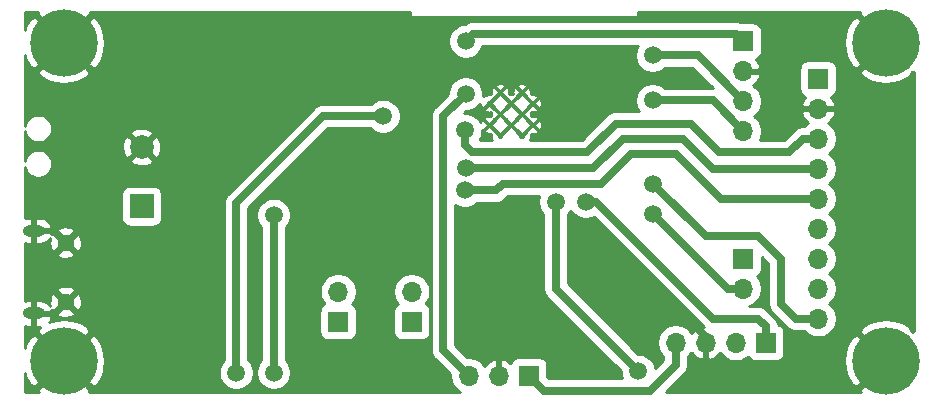
<source format=gbr>
%TF.GenerationSoftware,KiCad,Pcbnew,(5.1.9)-1*%
%TF.CreationDate,2021-04-09T17:12:20+02:00*%
%TF.ProjectId,mainboard,6d61696e-626f-4617-9264-2e6b69636164,rev?*%
%TF.SameCoordinates,Original*%
%TF.FileFunction,Copper,L2,Bot*%
%TF.FilePolarity,Positive*%
%FSLAX46Y46*%
G04 Gerber Fmt 4.6, Leading zero omitted, Abs format (unit mm)*
G04 Created by KiCad (PCBNEW (5.1.9)-1) date 2021-04-09 17:12:20*
%MOMM*%
%LPD*%
G01*
G04 APERTURE LIST*
%TA.AperFunction,ConnectorPad*%
%ADD10C,5.700000*%
%TD*%
%TA.AperFunction,ComponentPad*%
%ADD11C,3.600000*%
%TD*%
%TA.AperFunction,ComponentPad*%
%ADD12O,1.700000X1.700000*%
%TD*%
%TA.AperFunction,ComponentPad*%
%ADD13R,1.700000X1.700000*%
%TD*%
%TA.AperFunction,ComponentPad*%
%ADD14C,2.000000*%
%TD*%
%TA.AperFunction,ComponentPad*%
%ADD15R,2.000000X2.000000*%
%TD*%
%TA.AperFunction,ComponentPad*%
%ADD16C,0.300000*%
%TD*%
%TA.AperFunction,ComponentPad*%
%ADD17C,1.450000*%
%TD*%
%TA.AperFunction,ComponentPad*%
%ADD18O,1.900000X0.950000*%
%TD*%
%TA.AperFunction,ViaPad*%
%ADD19C,1.500000*%
%TD*%
%TA.AperFunction,Conductor*%
%ADD20C,0.635000*%
%TD*%
%TA.AperFunction,Conductor*%
%ADD21C,0.254000*%
%TD*%
%TA.AperFunction,Conductor*%
%ADD22C,0.100000*%
%TD*%
G04 APERTURE END LIST*
D10*
%TO.P,J12,1*%
%TO.N,GND*%
X144780000Y-112776000D03*
D11*
X144780000Y-112776000D03*
%TD*%
D10*
%TO.P,J11,1*%
%TO.N,GND*%
X144780000Y-85852000D03*
D11*
X144780000Y-85852000D03*
%TD*%
D10*
%TO.P,J10,1*%
%TO.N,GND*%
X75184000Y-112776000D03*
D11*
X75184000Y-112776000D03*
%TD*%
D10*
%TO.P,J9,1*%
%TO.N,GND*%
X75184000Y-85852000D03*
D11*
X75184000Y-85852000D03*
%TD*%
D12*
%TO.P,J7,4*%
%TO.N,SDA*%
X132715000Y-93345000D03*
%TO.P,J7,3*%
%TO.N,SCL*%
X132715000Y-90805000D03*
%TO.P,J7,2*%
%TO.N,GND*%
X132715000Y-88265000D03*
D13*
%TO.P,J7,1*%
%TO.N,3V3*%
X132715000Y-85725000D03*
%TD*%
D14*
%TO.P,C3,2*%
%TO.N,GND*%
X81788000Y-94695000D03*
D15*
%TO.P,C3,1*%
%TO.N,5V*%
X81788000Y-99695000D03*
%TD*%
D16*
%TO.P,U1,39_21*%
%TO.N,GND*%
X113963500Y-93737000D03*
%TO.P,U1,39_20*%
X112128500Y-93737000D03*
%TO.P,U1,39_19*%
X114881000Y-92819500D03*
%TO.P,U1,39_18*%
X113046000Y-92819500D03*
%TO.P,U1,39_17*%
X111211000Y-92819500D03*
%TO.P,U1,39_16*%
X113963500Y-91902000D03*
%TO.P,U1,39_15*%
X112128500Y-91902000D03*
%TO.P,U1,39_14*%
X114881000Y-90984500D03*
%TO.P,U1,39_13*%
X113046000Y-90984500D03*
%TO.P,U1,39_12*%
X111211000Y-90984500D03*
%TO.P,U1,39_11*%
X113963500Y-90067000D03*
%TO.P,U1,39_10*%
X112128500Y-90067000D03*
%TD*%
D17*
%TO.P,J1,S4*%
%TO.N,GND*%
X75344000Y-107783000D03*
%TO.P,J1,S3*%
X75344000Y-102783000D03*
D18*
%TO.P,J1,S2*%
X72644000Y-108783000D03*
%TO.P,J1,S1*%
X72644000Y-101783000D03*
%TD*%
D12*
%TO.P,J8,3*%
%TO.N,IRB*%
X109474000Y-114046000D03*
%TO.P,J8,2*%
%TO.N,GND*%
X112014000Y-114046000D03*
D13*
%TO.P,J8,1*%
%TO.N,3V3*%
X114554000Y-114046000D03*
%TD*%
D12*
%TO.P,J2,4*%
%TO.N,3V3*%
X127000000Y-111252000D03*
%TO.P,J2,3*%
%TO.N,GND*%
X129540000Y-111252000D03*
%TO.P,J2,2*%
%TO.N,TXD*%
X132080000Y-111252000D03*
D13*
%TO.P,J2,1*%
%TO.N,RXD*%
X134620000Y-111252000D03*
%TD*%
D12*
%TO.P,J6,2*%
%TO.N,PN532_IRQ*%
X132715000Y-106680000D03*
D13*
%TO.P,J6,1*%
%TO.N,PN532_RESET*%
X132715000Y-104140000D03*
%TD*%
D12*
%TO.P,J5,2*%
%TO.N,+OUT_R*%
X98425000Y-106934000D03*
D13*
%TO.P,J5,1*%
%TO.N,-OUT_R*%
X98425000Y-109474000D03*
%TD*%
D12*
%TO.P,J4,9*%
%TO.N,TFT_EN*%
X139065000Y-109220000D03*
%TO.P,J4,8*%
%TO.N,TFT_CLK*%
X139065000Y-106680000D03*
%TO.P,J4,7*%
%TO.N,TFT_MISO*%
X139065000Y-104140000D03*
%TO.P,J4,6*%
%TO.N,TFT_MOSI*%
X139065000Y-101600000D03*
%TO.P,J4,5*%
%TO.N,TFT_DC*%
X139065000Y-99060000D03*
%TO.P,J4,4*%
%TO.N,TFT_CS*%
X139065000Y-96520000D03*
%TO.P,J4,3*%
%TO.N,TFT_RST*%
X139065000Y-93980000D03*
%TO.P,J4,2*%
%TO.N,GND*%
X139065000Y-91440000D03*
D13*
%TO.P,J4,1*%
%TO.N,3V3*%
X139065000Y-88900000D03*
%TD*%
D12*
%TO.P,J3,2*%
%TO.N,Mosfet_Out-*%
X104648000Y-106934000D03*
D13*
%TO.P,J3,1*%
%TO.N,5V*%
X104648000Y-109474000D03*
%TD*%
D19*
%TO.N,3V3*%
X109220000Y-85725000D03*
%TO.N,TXD*%
X116840000Y-99314000D03*
X123825000Y-113665000D03*
%TO.N,RXD*%
X119380000Y-99314000D03*
%TO.N,5V*%
X92964000Y-100457000D03*
X92964000Y-113792000D03*
%TO.N,SHND*%
X89789000Y-113792000D03*
X102235000Y-92075000D03*
%TO.N,GND*%
X135890000Y-90805000D03*
X91440000Y-84455000D03*
X101600000Y-86360000D03*
X91440000Y-89535000D03*
X84328000Y-102870000D03*
X123825000Y-106680000D03*
X139700000Y-114300000D03*
X105410000Y-104140000D03*
X84455000Y-107950000D03*
X84455000Y-84455000D03*
%TO.N,TFT_DC*%
X109167000Y-98372000D03*
%TO.N,TFT_RST*%
X109167000Y-93292000D03*
%TO.N,TFT_CS*%
X109220000Y-96494600D03*
%TO.N,PN532_IRQ*%
X125095000Y-100330000D03*
%TO.N,IRB*%
X109220000Y-90170000D03*
%TO.N,SDA*%
X125042000Y-90752000D03*
%TO.N,SCL*%
X125042000Y-86942000D03*
%TO.N,TFT_EN*%
X125095000Y-97790000D03*
%TD*%
D20*
%TO.N,3V3*%
X114554000Y-114046000D02*
X115824000Y-115316000D01*
X127000000Y-113117902D02*
X127000000Y-111252000D01*
X124801902Y-115316000D02*
X127000000Y-113117902D01*
X115824000Y-115316000D02*
X124801902Y-115316000D01*
X132662000Y-85672000D02*
X132715000Y-85725000D01*
X109220000Y-85725000D02*
X109855000Y-85090000D01*
X132080000Y-85090000D02*
X132715000Y-85725000D01*
X109855000Y-85090000D02*
X132080000Y-85090000D01*
%TO.N,TXD*%
X123825000Y-113665000D02*
X118110000Y-107950000D01*
X116840000Y-106680000D02*
X118110000Y-107950000D01*
X116840000Y-99314000D02*
X116840000Y-99314000D01*
X116840000Y-99314000D02*
X116840000Y-106680000D01*
%TO.N,RXD*%
X134620000Y-109855000D02*
X134620000Y-111252000D01*
X133985000Y-109220000D02*
X134620000Y-109855000D01*
X130175000Y-109220000D02*
X133985000Y-109220000D01*
X120269000Y-99314000D02*
X130175000Y-109220000D01*
X119380000Y-99314000D02*
X119380000Y-99314000D01*
X119380000Y-99314000D02*
X120269000Y-99314000D01*
%TO.N,5V*%
X92964000Y-113792000D02*
X92964000Y-100457000D01*
%TO.N,SHND*%
X102235000Y-92075000D02*
X97155000Y-92075000D01*
X89789000Y-99441000D02*
X97155000Y-92075000D01*
X89789000Y-113792000D02*
X89789000Y-99441000D01*
%TO.N,GND*%
X129540000Y-111252000D02*
X129540000Y-110744000D01*
X129540000Y-110744000D02*
X128524000Y-109728000D01*
%TO.N,TFT_DC*%
X123190000Y-95250000D02*
X120650000Y-97790000D01*
X127000000Y-95250000D02*
X123190000Y-95250000D01*
X130810000Y-99060000D02*
X127000000Y-95250000D01*
X139065000Y-99060000D02*
X130810000Y-99060000D01*
X109167000Y-98372000D02*
X109167000Y-98372000D01*
X112395000Y-97790000D02*
X120650000Y-97790000D01*
X111813000Y-98372000D02*
X112395000Y-97790000D01*
X109167000Y-98372000D02*
X111813000Y-98372000D01*
%TO.N,TFT_RST*%
X139065000Y-94517499D02*
X139065000Y-93980000D01*
X136622501Y-95152499D02*
X137795000Y-93980000D01*
X137795000Y-93980000D02*
X139065000Y-93980000D01*
X136622501Y-95152499D02*
X130712499Y-95152499D01*
X130712499Y-95152499D02*
X128270000Y-92710000D01*
X121920000Y-92710000D02*
X119477501Y-95152499D01*
X128270000Y-92710000D02*
X121920000Y-92710000D01*
X109167000Y-93292000D02*
X109167000Y-94562000D01*
X109757499Y-95152499D02*
X119477501Y-95152499D01*
X109167000Y-94562000D02*
X109757499Y-95152499D01*
%TO.N,TFT_CS*%
X130175000Y-96520000D02*
X139065000Y-96520000D01*
X127635000Y-93980000D02*
X130175000Y-96520000D01*
X122555000Y-93980000D02*
X127635000Y-93980000D01*
X120040400Y-96494600D02*
X122555000Y-93980000D01*
X109220000Y-96494600D02*
X109220000Y-96494600D01*
X109220000Y-96494600D02*
X120040400Y-96494600D01*
%TO.N,PN532_IRQ*%
X125095000Y-100330000D02*
X131445000Y-106680000D01*
X131445000Y-106680000D02*
X132715000Y-106680000D01*
%TO.N,IRB*%
X107315000Y-92075000D02*
X107315000Y-111887000D01*
X107315000Y-111887000D02*
X107886500Y-112458500D01*
X107886500Y-112458500D02*
X109474000Y-114046000D01*
X107442000Y-112014000D02*
X107886500Y-112458500D01*
X107315000Y-92075000D02*
X109220000Y-90170000D01*
%TO.N,SDA*%
X130122000Y-90752000D02*
X125042000Y-90752000D01*
X132715000Y-93345000D02*
X130122000Y-90752000D01*
%TO.N,SCL*%
X125042000Y-86942000D02*
X125042000Y-86942000D01*
X128852000Y-86942000D02*
X125042000Y-86942000D01*
X132715000Y-90805000D02*
X128852000Y-86942000D01*
%TO.N,TFT_EN*%
X135890000Y-107950000D02*
X137160000Y-109220000D01*
X137160000Y-109220000D02*
X139065000Y-109220000D01*
X135890000Y-104140000D02*
X135890000Y-107950000D01*
X133985000Y-102235000D02*
X135890000Y-104140000D01*
X129540000Y-102235000D02*
X133985000Y-102235000D01*
X125095000Y-97790000D02*
X129540000Y-102235000D01*
%TD*%
D21*
%TO.N,GND*%
X72911572Y-83399967D02*
X75184000Y-85672395D01*
X77456428Y-83399967D01*
X77387740Y-83302000D01*
X104521000Y-83302000D01*
X104521000Y-83566000D01*
X104523440Y-83590776D01*
X104530667Y-83614601D01*
X104542403Y-83636557D01*
X104558197Y-83655803D01*
X104577443Y-83671597D01*
X104599399Y-83683333D01*
X104623224Y-83690560D01*
X104648000Y-83693000D01*
X123698000Y-83693000D01*
X123722776Y-83690560D01*
X123746601Y-83683333D01*
X123768557Y-83671597D01*
X123787803Y-83655803D01*
X123803597Y-83636557D01*
X123815333Y-83614601D01*
X123822560Y-83590776D01*
X123825000Y-83566000D01*
X123825000Y-83302000D01*
X142576260Y-83302000D01*
X142507572Y-83399967D01*
X144780000Y-85672395D01*
X144794143Y-85658253D01*
X144973748Y-85837858D01*
X144959605Y-85852000D01*
X144973748Y-85866143D01*
X144794143Y-86045748D01*
X144780000Y-86031605D01*
X142507572Y-88304033D01*
X142825757Y-88757850D01*
X143430210Y-89083269D01*
X144086535Y-89284512D01*
X144769510Y-89353845D01*
X145452888Y-89288605D01*
X146110407Y-89091298D01*
X146716799Y-88769506D01*
X146734243Y-88757850D01*
X147052427Y-88304035D01*
X147165952Y-88417560D01*
X147203000Y-88380512D01*
X147203001Y-110247489D01*
X147165952Y-110210440D01*
X147052427Y-110323965D01*
X146734243Y-109870150D01*
X146129790Y-109544731D01*
X145473465Y-109343488D01*
X144790490Y-109274155D01*
X144107112Y-109339395D01*
X143449593Y-109536702D01*
X142843201Y-109858494D01*
X142825757Y-109870150D01*
X142507572Y-110323967D01*
X144780000Y-112596395D01*
X144794143Y-112582253D01*
X144973748Y-112761858D01*
X144959605Y-112776000D01*
X144973748Y-112790143D01*
X144794143Y-112969748D01*
X144780000Y-112955605D01*
X142507572Y-115228033D01*
X142665303Y-115453000D01*
X126142047Y-115453000D01*
X127702296Y-113892751D01*
X127742146Y-113860048D01*
X127782832Y-113810472D01*
X127872671Y-113701003D01*
X127969661Y-113519549D01*
X127969667Y-113519528D01*
X128029386Y-113322660D01*
X128044500Y-113169206D01*
X128044500Y-113169196D01*
X128049552Y-113117903D01*
X128044500Y-113066609D01*
X128044500Y-112437715D01*
X128224936Y-112257279D01*
X128327344Y-112104014D01*
X128344822Y-112133355D01*
X128539731Y-112349588D01*
X128773080Y-112523641D01*
X129035901Y-112648825D01*
X129183110Y-112693476D01*
X129413000Y-112572155D01*
X129413000Y-111379000D01*
X129393000Y-111379000D01*
X129393000Y-111125000D01*
X129413000Y-111125000D01*
X129413000Y-111105000D01*
X129667000Y-111105000D01*
X129667000Y-111125000D01*
X129687000Y-111125000D01*
X129687000Y-111379000D01*
X129667000Y-111379000D01*
X129667000Y-112572155D01*
X129896890Y-112693476D01*
X130044099Y-112648825D01*
X130306920Y-112523641D01*
X130540269Y-112349588D01*
X130735178Y-112133355D01*
X130752656Y-112104014D01*
X130855064Y-112257279D01*
X131074721Y-112476936D01*
X131333011Y-112649519D01*
X131620006Y-112768396D01*
X131924679Y-112829000D01*
X132235321Y-112829000D01*
X132539994Y-112768396D01*
X132826989Y-112649519D01*
X133085279Y-112476936D01*
X133124896Y-112437319D01*
X133162597Y-112507853D01*
X133253446Y-112618554D01*
X133364147Y-112709403D01*
X133490443Y-112776910D01*
X133627483Y-112818480D01*
X133770000Y-112832517D01*
X135470000Y-112832517D01*
X135612517Y-112818480D01*
X135749557Y-112776910D01*
X135770884Y-112765510D01*
X141278155Y-112765510D01*
X141343395Y-113448888D01*
X141540702Y-114106407D01*
X141862494Y-114712799D01*
X141874150Y-114730243D01*
X142327967Y-115048428D01*
X144600395Y-112776000D01*
X142327967Y-110503572D01*
X141874150Y-110821757D01*
X141548731Y-111426210D01*
X141347488Y-112082535D01*
X141278155Y-112765510D01*
X135770884Y-112765510D01*
X135875853Y-112709403D01*
X135986554Y-112618554D01*
X136077403Y-112507853D01*
X136144910Y-112381557D01*
X136186480Y-112244517D01*
X136200517Y-112102000D01*
X136200517Y-110402000D01*
X136186480Y-110259483D01*
X136144910Y-110122443D01*
X136077403Y-109996147D01*
X135986554Y-109885446D01*
X135875853Y-109794597D01*
X135749557Y-109727090D01*
X135654103Y-109698135D01*
X135649386Y-109650242D01*
X135589661Y-109453353D01*
X135492671Y-109271900D01*
X135362146Y-109112854D01*
X135322291Y-109080146D01*
X134759854Y-108517709D01*
X134727146Y-108477854D01*
X134568100Y-108347329D01*
X134386647Y-108250339D01*
X134189758Y-108190614D01*
X134036304Y-108175500D01*
X134036293Y-108175500D01*
X133985000Y-108170448D01*
X133933707Y-108175500D01*
X133225442Y-108175500D01*
X133461989Y-108077519D01*
X133720279Y-107904936D01*
X133939936Y-107685279D01*
X134112519Y-107426989D01*
X134231396Y-107139994D01*
X134292000Y-106835321D01*
X134292000Y-106524679D01*
X134231396Y-106220006D01*
X134112519Y-105933011D01*
X133939936Y-105674721D01*
X133900319Y-105635104D01*
X133970853Y-105597403D01*
X134081554Y-105506554D01*
X134172403Y-105395853D01*
X134239910Y-105269557D01*
X134281480Y-105132517D01*
X134295517Y-104990000D01*
X134295517Y-104022663D01*
X134845500Y-104572646D01*
X134845501Y-107898697D01*
X134840448Y-107950000D01*
X134845501Y-108001303D01*
X134845501Y-108001304D01*
X134860615Y-108154758D01*
X134866907Y-108175500D01*
X134920339Y-108351646D01*
X135017329Y-108533100D01*
X135091929Y-108624000D01*
X135147855Y-108692146D01*
X135187704Y-108724849D01*
X136385149Y-109922295D01*
X136417854Y-109962146D01*
X136457703Y-109994849D01*
X136457704Y-109994850D01*
X136576899Y-110092671D01*
X136758353Y-110189661D01*
X136955242Y-110249386D01*
X137108696Y-110264500D01*
X137108706Y-110264500D01*
X137159999Y-110269552D01*
X137211293Y-110264500D01*
X137879285Y-110264500D01*
X138059721Y-110444936D01*
X138318011Y-110617519D01*
X138605006Y-110736396D01*
X138909679Y-110797000D01*
X139220321Y-110797000D01*
X139524994Y-110736396D01*
X139811989Y-110617519D01*
X140070279Y-110444936D01*
X140289936Y-110225279D01*
X140462519Y-109966989D01*
X140581396Y-109679994D01*
X140642000Y-109375321D01*
X140642000Y-109064679D01*
X140581396Y-108760006D01*
X140462519Y-108473011D01*
X140289936Y-108214721D01*
X140070279Y-107995064D01*
X140002836Y-107950000D01*
X140070279Y-107904936D01*
X140289936Y-107685279D01*
X140462519Y-107426989D01*
X140581396Y-107139994D01*
X140642000Y-106835321D01*
X140642000Y-106524679D01*
X140581396Y-106220006D01*
X140462519Y-105933011D01*
X140289936Y-105674721D01*
X140070279Y-105455064D01*
X140002836Y-105410000D01*
X140070279Y-105364936D01*
X140289936Y-105145279D01*
X140462519Y-104886989D01*
X140581396Y-104599994D01*
X140642000Y-104295321D01*
X140642000Y-103984679D01*
X140581396Y-103680006D01*
X140462519Y-103393011D01*
X140289936Y-103134721D01*
X140070279Y-102915064D01*
X140002836Y-102870000D01*
X140070279Y-102824936D01*
X140289936Y-102605279D01*
X140462519Y-102346989D01*
X140581396Y-102059994D01*
X140642000Y-101755321D01*
X140642000Y-101444679D01*
X140581396Y-101140006D01*
X140462519Y-100853011D01*
X140289936Y-100594721D01*
X140070279Y-100375064D01*
X140002836Y-100330000D01*
X140070279Y-100284936D01*
X140289936Y-100065279D01*
X140462519Y-99806989D01*
X140581396Y-99519994D01*
X140642000Y-99215321D01*
X140642000Y-98904679D01*
X140581396Y-98600006D01*
X140462519Y-98313011D01*
X140289936Y-98054721D01*
X140070279Y-97835064D01*
X140002836Y-97790000D01*
X140070279Y-97744936D01*
X140289936Y-97525279D01*
X140462519Y-97266989D01*
X140581396Y-96979994D01*
X140642000Y-96675321D01*
X140642000Y-96364679D01*
X140581396Y-96060006D01*
X140462519Y-95773011D01*
X140289936Y-95514721D01*
X140070279Y-95295064D01*
X140002836Y-95250000D01*
X140070279Y-95204936D01*
X140289936Y-94985279D01*
X140462519Y-94726989D01*
X140581396Y-94439994D01*
X140642000Y-94135321D01*
X140642000Y-93824679D01*
X140581396Y-93520006D01*
X140462519Y-93233011D01*
X140289936Y-92974721D01*
X140070279Y-92755064D01*
X139917014Y-92652656D01*
X139946355Y-92635178D01*
X140162588Y-92440269D01*
X140336641Y-92206920D01*
X140461825Y-91944099D01*
X140506476Y-91796890D01*
X140385155Y-91567000D01*
X139192000Y-91567000D01*
X139192000Y-91587000D01*
X138938000Y-91587000D01*
X138938000Y-91567000D01*
X137744845Y-91567000D01*
X137623524Y-91796890D01*
X137668175Y-91944099D01*
X137793359Y-92206920D01*
X137967412Y-92440269D01*
X138183645Y-92635178D01*
X138212986Y-92652656D01*
X138059721Y-92755064D01*
X137879285Y-92935500D01*
X137846293Y-92935500D01*
X137795000Y-92930448D01*
X137743706Y-92935500D01*
X137743696Y-92935500D01*
X137590242Y-92950614D01*
X137410192Y-93005231D01*
X137393353Y-93010339D01*
X137211899Y-93107329D01*
X137092704Y-93205150D01*
X137052854Y-93237854D01*
X137020150Y-93277704D01*
X136189856Y-94107999D01*
X134101822Y-94107999D01*
X134112519Y-94091989D01*
X134231396Y-93804994D01*
X134292000Y-93500321D01*
X134292000Y-93189679D01*
X134231396Y-92885006D01*
X134112519Y-92598011D01*
X133939936Y-92339721D01*
X133720279Y-92120064D01*
X133652836Y-92075000D01*
X133720279Y-92029936D01*
X133939936Y-91810279D01*
X134112519Y-91551989D01*
X134231396Y-91264994D01*
X134292000Y-90960321D01*
X134292000Y-90649679D01*
X134231396Y-90345006D01*
X134112519Y-90058011D01*
X133939936Y-89799721D01*
X133720279Y-89580064D01*
X133567014Y-89477656D01*
X133596355Y-89460178D01*
X133812588Y-89265269D01*
X133986641Y-89031920D01*
X134111825Y-88769099D01*
X134156476Y-88621890D01*
X134035155Y-88392000D01*
X132842000Y-88392000D01*
X132842000Y-88412000D01*
X132588000Y-88412000D01*
X132588000Y-88392000D01*
X132568000Y-88392000D01*
X132568000Y-88138000D01*
X132588000Y-88138000D01*
X132588000Y-88118000D01*
X132842000Y-88118000D01*
X132842000Y-88138000D01*
X134035155Y-88138000D01*
X134081595Y-88050000D01*
X137484483Y-88050000D01*
X137484483Y-89750000D01*
X137498520Y-89892517D01*
X137540090Y-90029557D01*
X137607597Y-90155853D01*
X137698446Y-90266554D01*
X137809147Y-90357403D01*
X137935443Y-90424910D01*
X137971665Y-90435898D01*
X137967412Y-90439731D01*
X137793359Y-90673080D01*
X137668175Y-90935901D01*
X137623524Y-91083110D01*
X137744845Y-91313000D01*
X138938000Y-91313000D01*
X138938000Y-91293000D01*
X139192000Y-91293000D01*
X139192000Y-91313000D01*
X140385155Y-91313000D01*
X140506476Y-91083110D01*
X140461825Y-90935901D01*
X140336641Y-90673080D01*
X140162588Y-90439731D01*
X140158335Y-90435898D01*
X140194557Y-90424910D01*
X140320853Y-90357403D01*
X140431554Y-90266554D01*
X140522403Y-90155853D01*
X140589910Y-90029557D01*
X140631480Y-89892517D01*
X140645517Y-89750000D01*
X140645517Y-88050000D01*
X140631480Y-87907483D01*
X140589910Y-87770443D01*
X140522403Y-87644147D01*
X140431554Y-87533446D01*
X140320853Y-87442597D01*
X140194557Y-87375090D01*
X140057517Y-87333520D01*
X139915000Y-87319483D01*
X138215000Y-87319483D01*
X138072483Y-87333520D01*
X137935443Y-87375090D01*
X137809147Y-87442597D01*
X137698446Y-87533446D01*
X137607597Y-87644147D01*
X137540090Y-87770443D01*
X137498520Y-87907483D01*
X137484483Y-88050000D01*
X134081595Y-88050000D01*
X134156476Y-87908110D01*
X134111825Y-87760901D01*
X133986641Y-87498080D01*
X133812588Y-87264731D01*
X133808335Y-87260898D01*
X133844557Y-87249910D01*
X133970853Y-87182403D01*
X134081554Y-87091554D01*
X134172403Y-86980853D01*
X134239910Y-86854557D01*
X134281480Y-86717517D01*
X134295517Y-86575000D01*
X134295517Y-85841510D01*
X141278155Y-85841510D01*
X141343395Y-86524888D01*
X141540702Y-87182407D01*
X141862494Y-87788799D01*
X141874150Y-87806243D01*
X142327967Y-88124428D01*
X144600395Y-85852000D01*
X142327967Y-83579572D01*
X141874150Y-83897757D01*
X141548731Y-84502210D01*
X141347488Y-85158535D01*
X141278155Y-85841510D01*
X134295517Y-85841510D01*
X134295517Y-84875000D01*
X134281480Y-84732483D01*
X134239910Y-84595443D01*
X134172403Y-84469147D01*
X134081554Y-84358446D01*
X133970853Y-84267597D01*
X133844557Y-84200090D01*
X133707517Y-84158520D01*
X133565000Y-84144483D01*
X132526817Y-84144483D01*
X132481647Y-84120339D01*
X132284758Y-84060614D01*
X132131304Y-84045500D01*
X132131293Y-84045500D01*
X132080000Y-84040448D01*
X132028707Y-84045500D01*
X109906301Y-84045500D01*
X109855000Y-84040447D01*
X109803699Y-84045500D01*
X109803696Y-84045500D01*
X109650242Y-84060614D01*
X109453353Y-84120339D01*
X109271900Y-84217329D01*
X109234527Y-84248000D01*
X109074528Y-84248000D01*
X108789175Y-84304760D01*
X108520378Y-84416099D01*
X108278467Y-84577739D01*
X108072739Y-84783467D01*
X107911099Y-85025378D01*
X107799760Y-85294175D01*
X107743000Y-85579528D01*
X107743000Y-85870472D01*
X107799760Y-86155825D01*
X107911099Y-86424622D01*
X108072739Y-86666533D01*
X108278467Y-86872261D01*
X108520378Y-87033901D01*
X108789175Y-87145240D01*
X109074528Y-87202000D01*
X109365472Y-87202000D01*
X109650825Y-87145240D01*
X109919622Y-87033901D01*
X110161533Y-86872261D01*
X110367261Y-86666533D01*
X110528901Y-86424622D01*
X110640240Y-86155825D01*
X110644482Y-86134500D01*
X123805181Y-86134500D01*
X123733099Y-86242378D01*
X123621760Y-86511175D01*
X123565000Y-86796528D01*
X123565000Y-87087472D01*
X123621760Y-87372825D01*
X123733099Y-87641622D01*
X123894739Y-87883533D01*
X124100467Y-88089261D01*
X124342378Y-88250901D01*
X124611175Y-88362240D01*
X124896528Y-88419000D01*
X125187472Y-88419000D01*
X125472825Y-88362240D01*
X125741622Y-88250901D01*
X125983533Y-88089261D01*
X126086294Y-87986500D01*
X128419355Y-87986500D01*
X130136756Y-89703901D01*
X130122000Y-89702448D01*
X130070707Y-89707500D01*
X126086294Y-89707500D01*
X125983533Y-89604739D01*
X125741622Y-89443099D01*
X125472825Y-89331760D01*
X125187472Y-89275000D01*
X124896528Y-89275000D01*
X124611175Y-89331760D01*
X124342378Y-89443099D01*
X124100467Y-89604739D01*
X123894739Y-89810467D01*
X123733099Y-90052378D01*
X123621760Y-90321175D01*
X123565000Y-90606528D01*
X123565000Y-90897472D01*
X123621760Y-91182825D01*
X123733099Y-91451622D01*
X123876008Y-91665500D01*
X121971293Y-91665500D01*
X121919999Y-91660448D01*
X121868706Y-91665500D01*
X121868696Y-91665500D01*
X121715242Y-91680614D01*
X121518475Y-91740302D01*
X121518353Y-91740339D01*
X121336899Y-91837329D01*
X121218463Y-91934527D01*
X121177854Y-91967854D01*
X121145151Y-92007703D01*
X119044856Y-94107999D01*
X114655333Y-94107999D01*
X114689167Y-94046211D01*
X114735547Y-93898698D01*
X114752259Y-93744973D01*
X114738900Y-93593678D01*
X114873027Y-93608259D01*
X115027059Y-93594658D01*
X115175479Y-93551269D01*
X115312582Y-93479759D01*
X115325839Y-93470899D01*
X115309951Y-93280978D01*
X114881000Y-92852027D01*
X114452049Y-93280978D01*
X114449959Y-93305959D01*
X114424978Y-93308049D01*
X113996027Y-93737000D01*
X114083709Y-93824682D01*
X114051182Y-93857209D01*
X113963500Y-93769527D01*
X113875819Y-93857209D01*
X113843292Y-93824682D01*
X113930973Y-93737000D01*
X113502022Y-93308049D01*
X113477041Y-93305959D01*
X113474951Y-93280978D01*
X113046000Y-92852027D01*
X112617049Y-93280978D01*
X112614959Y-93305959D01*
X112589978Y-93308049D01*
X112161027Y-93737000D01*
X112248709Y-93824682D01*
X112216182Y-93857209D01*
X112128500Y-93769527D01*
X112040819Y-93857209D01*
X112008292Y-93824682D01*
X112095973Y-93737000D01*
X111667022Y-93308049D01*
X111642041Y-93305959D01*
X111639951Y-93280978D01*
X111211000Y-92852027D01*
X110782049Y-93280978D01*
X110766161Y-93470899D01*
X110901789Y-93545167D01*
X111049302Y-93591547D01*
X111203027Y-93608259D01*
X111354322Y-93594900D01*
X111339741Y-93729027D01*
X111353342Y-93883059D01*
X111396731Y-94031479D01*
X111436642Y-94107999D01*
X110398140Y-94107999D01*
X110475901Y-93991622D01*
X110587240Y-93722825D01*
X110644000Y-93437472D01*
X110644000Y-93257279D01*
X110749522Y-93248451D01*
X111178473Y-92819500D01*
X111243527Y-92819500D01*
X111672478Y-93248451D01*
X111697459Y-93250541D01*
X111699549Y-93275522D01*
X112128500Y-93704473D01*
X112557451Y-93275522D01*
X112559541Y-93250541D01*
X112584522Y-93248451D01*
X113013473Y-92819500D01*
X113078527Y-92819500D01*
X113507478Y-93248451D01*
X113532459Y-93250541D01*
X113534549Y-93275522D01*
X113963500Y-93704473D01*
X114392451Y-93275522D01*
X114394541Y-93250541D01*
X114419522Y-93248451D01*
X114848473Y-92819500D01*
X114913527Y-92819500D01*
X115342478Y-93248451D01*
X115532399Y-93264339D01*
X115606667Y-93128711D01*
X115653047Y-92981198D01*
X115669759Y-92827473D01*
X115656158Y-92673441D01*
X115612769Y-92525021D01*
X115541259Y-92387918D01*
X115532399Y-92374661D01*
X115342478Y-92390549D01*
X114913527Y-92819500D01*
X114848473Y-92819500D01*
X114419522Y-92390549D01*
X114394541Y-92388459D01*
X114392451Y-92363478D01*
X113963500Y-91934527D01*
X113534549Y-92363478D01*
X113532459Y-92388459D01*
X113507478Y-92390549D01*
X113078527Y-92819500D01*
X113013473Y-92819500D01*
X112584522Y-92390549D01*
X112559541Y-92388459D01*
X112557451Y-92363478D01*
X112128500Y-91934527D01*
X111699549Y-92363478D01*
X111697459Y-92388459D01*
X111672478Y-92390549D01*
X111243527Y-92819500D01*
X111178473Y-92819500D01*
X110749522Y-92390549D01*
X110559601Y-92374661D01*
X110485333Y-92510289D01*
X110464764Y-92575710D01*
X110314261Y-92350467D01*
X110108533Y-92144739D01*
X109866622Y-91983099D01*
X109597825Y-91871760D01*
X109312472Y-91815000D01*
X109052146Y-91815000D01*
X109220146Y-91647000D01*
X109365472Y-91647000D01*
X109421280Y-91635899D01*
X110766161Y-91635899D01*
X110901789Y-91710167D01*
X111049302Y-91756547D01*
X111203027Y-91773259D01*
X111354322Y-91759900D01*
X111339741Y-91894027D01*
X111353100Y-92045322D01*
X111218973Y-92030741D01*
X111064941Y-92044342D01*
X110916521Y-92087731D01*
X110779418Y-92159241D01*
X110766161Y-92168101D01*
X110782049Y-92358022D01*
X111211000Y-92786973D01*
X111639951Y-92358022D01*
X111642041Y-92333041D01*
X111667022Y-92330951D01*
X112095973Y-91902000D01*
X112161027Y-91902000D01*
X112589978Y-92330951D01*
X112614959Y-92333041D01*
X112617049Y-92358022D01*
X113046000Y-92786973D01*
X113474951Y-92358022D01*
X113477041Y-92333041D01*
X113502022Y-92330951D01*
X113930973Y-91902000D01*
X113996027Y-91902000D01*
X114424978Y-92330951D01*
X114449959Y-92333041D01*
X114452049Y-92358022D01*
X114881000Y-92786973D01*
X115309951Y-92358022D01*
X115325839Y-92168101D01*
X115190211Y-92093833D01*
X115042698Y-92047453D01*
X114888973Y-92030741D01*
X114737678Y-92044100D01*
X114752259Y-91909973D01*
X114738900Y-91758678D01*
X114873027Y-91773259D01*
X115027059Y-91759658D01*
X115175479Y-91716269D01*
X115312582Y-91644759D01*
X115325839Y-91635899D01*
X115309951Y-91445978D01*
X114881000Y-91017027D01*
X114452049Y-91445978D01*
X114449959Y-91470959D01*
X114424978Y-91473049D01*
X113996027Y-91902000D01*
X113930973Y-91902000D01*
X113502022Y-91473049D01*
X113477041Y-91470959D01*
X113474951Y-91445978D01*
X113046000Y-91017027D01*
X112617049Y-91445978D01*
X112614959Y-91470959D01*
X112589978Y-91473049D01*
X112161027Y-91902000D01*
X112095973Y-91902000D01*
X111667022Y-91473049D01*
X111642041Y-91470959D01*
X111639951Y-91445978D01*
X111211000Y-91017027D01*
X110782049Y-91445978D01*
X110766161Y-91635899D01*
X109421280Y-91635899D01*
X109650825Y-91590240D01*
X109919622Y-91478901D01*
X110161533Y-91317261D01*
X110367261Y-91111533D01*
X110426353Y-91023096D01*
X110435842Y-91130559D01*
X110479231Y-91278979D01*
X110550741Y-91416082D01*
X110559601Y-91429339D01*
X110749522Y-91413451D01*
X111178473Y-90984500D01*
X111243527Y-90984500D01*
X111672478Y-91413451D01*
X111697459Y-91415541D01*
X111699549Y-91440522D01*
X112128500Y-91869473D01*
X112557451Y-91440522D01*
X112559541Y-91415541D01*
X112584522Y-91413451D01*
X113013473Y-90984500D01*
X113078527Y-90984500D01*
X113507478Y-91413451D01*
X113532459Y-91415541D01*
X113534549Y-91440522D01*
X113963500Y-91869473D01*
X114392451Y-91440522D01*
X114394541Y-91415541D01*
X114419522Y-91413451D01*
X114848473Y-90984500D01*
X114913527Y-90984500D01*
X115342478Y-91413451D01*
X115532399Y-91429339D01*
X115606667Y-91293711D01*
X115653047Y-91146198D01*
X115669759Y-90992473D01*
X115656158Y-90838441D01*
X115612769Y-90690021D01*
X115541259Y-90552918D01*
X115532399Y-90539661D01*
X115342478Y-90555549D01*
X114913527Y-90984500D01*
X114848473Y-90984500D01*
X114419522Y-90555549D01*
X114394541Y-90553459D01*
X114392451Y-90528478D01*
X113963500Y-90099527D01*
X113534549Y-90528478D01*
X113532459Y-90553459D01*
X113507478Y-90555549D01*
X113078527Y-90984500D01*
X113013473Y-90984500D01*
X112584522Y-90555549D01*
X112559541Y-90553459D01*
X112557451Y-90528478D01*
X112128500Y-90099527D01*
X111699549Y-90528478D01*
X111697459Y-90553459D01*
X111672478Y-90555549D01*
X111243527Y-90984500D01*
X111178473Y-90984500D01*
X111090792Y-90896819D01*
X111123319Y-90864292D01*
X111211000Y-90951973D01*
X111639951Y-90523022D01*
X111642041Y-90498041D01*
X111667022Y-90495951D01*
X112095973Y-90067000D01*
X112161027Y-90067000D01*
X112589978Y-90495951D01*
X112614959Y-90498041D01*
X112617049Y-90523022D01*
X113046000Y-90951973D01*
X113474951Y-90523022D01*
X113477041Y-90498041D01*
X113502022Y-90495951D01*
X113930973Y-90067000D01*
X113996027Y-90067000D01*
X114424978Y-90495951D01*
X114449959Y-90498041D01*
X114452049Y-90523022D01*
X114881000Y-90951973D01*
X115309951Y-90523022D01*
X115325839Y-90333101D01*
X115190211Y-90258833D01*
X115042698Y-90212453D01*
X114888973Y-90195741D01*
X114737678Y-90209100D01*
X114752259Y-90074973D01*
X114738658Y-89920941D01*
X114695269Y-89772521D01*
X114623759Y-89635418D01*
X114614899Y-89622161D01*
X114424978Y-89638049D01*
X113996027Y-90067000D01*
X113930973Y-90067000D01*
X113502022Y-89638049D01*
X113312101Y-89622161D01*
X113237833Y-89757789D01*
X113191453Y-89905302D01*
X113174741Y-90059027D01*
X113188100Y-90210322D01*
X113053973Y-90195741D01*
X112902678Y-90209100D01*
X112917259Y-90074973D01*
X112903658Y-89920941D01*
X112860269Y-89772521D01*
X112788759Y-89635418D01*
X112779899Y-89622161D01*
X112589978Y-89638049D01*
X112161027Y-90067000D01*
X112095973Y-90067000D01*
X111667022Y-89638049D01*
X111477101Y-89622161D01*
X111402833Y-89757789D01*
X111356453Y-89905302D01*
X111339741Y-90059027D01*
X111353100Y-90210322D01*
X111218973Y-90195741D01*
X111064941Y-90209342D01*
X110916521Y-90252731D01*
X110779418Y-90324241D01*
X110766161Y-90333101D01*
X110768622Y-90362514D01*
X110743474Y-90337366D01*
X110680024Y-90400816D01*
X110697000Y-90315472D01*
X110697000Y-90024528D01*
X110640240Y-89739175D01*
X110528901Y-89470378D01*
X110492301Y-89415601D01*
X111683661Y-89415601D01*
X111699549Y-89605522D01*
X112128500Y-90034473D01*
X112557451Y-89605522D01*
X112573339Y-89415601D01*
X113518661Y-89415601D01*
X113534549Y-89605522D01*
X113963500Y-90034473D01*
X114392451Y-89605522D01*
X114408339Y-89415601D01*
X114272711Y-89341333D01*
X114125198Y-89294953D01*
X113971473Y-89278241D01*
X113817441Y-89291842D01*
X113669021Y-89335231D01*
X113531918Y-89406741D01*
X113518661Y-89415601D01*
X112573339Y-89415601D01*
X112437711Y-89341333D01*
X112290198Y-89294953D01*
X112136473Y-89278241D01*
X111982441Y-89291842D01*
X111834021Y-89335231D01*
X111696918Y-89406741D01*
X111683661Y-89415601D01*
X110492301Y-89415601D01*
X110367261Y-89228467D01*
X110161533Y-89022739D01*
X109919622Y-88861099D01*
X109650825Y-88749760D01*
X109365472Y-88693000D01*
X109074528Y-88693000D01*
X108789175Y-88749760D01*
X108520378Y-88861099D01*
X108278467Y-89022739D01*
X108072739Y-89228467D01*
X107911099Y-89470378D01*
X107799760Y-89739175D01*
X107743000Y-90024528D01*
X107743000Y-90169854D01*
X106612709Y-91300146D01*
X106572854Y-91332854D01*
X106442329Y-91491900D01*
X106345339Y-91673354D01*
X106285614Y-91870243D01*
X106270500Y-92023697D01*
X106270500Y-92023707D01*
X106265448Y-92075000D01*
X106270500Y-92126293D01*
X106270501Y-111835697D01*
X106265448Y-111887000D01*
X106270501Y-111938303D01*
X106270501Y-111938304D01*
X106283310Y-112068350D01*
X106285615Y-112091757D01*
X106345339Y-112288646D01*
X106442329Y-112470100D01*
X106491163Y-112529604D01*
X106572855Y-112629146D01*
X106612704Y-112661849D01*
X107897000Y-113946145D01*
X107897000Y-114201321D01*
X107957604Y-114505994D01*
X108076481Y-114792989D01*
X108249064Y-115051279D01*
X108468721Y-115270936D01*
X108727011Y-115443519D01*
X108749900Y-115453000D01*
X77298697Y-115453000D01*
X77456428Y-115228033D01*
X75184000Y-112955605D01*
X72911572Y-115228033D01*
X73069303Y-115453000D01*
X71872000Y-115453000D01*
X71872000Y-113864130D01*
X71944702Y-114106407D01*
X72266494Y-114712799D01*
X72278150Y-114730243D01*
X72731967Y-115048428D01*
X75004395Y-112776000D01*
X75363605Y-112776000D01*
X77636033Y-115048428D01*
X78089850Y-114730243D01*
X78415269Y-114125790D01*
X78562220Y-113646528D01*
X88312000Y-113646528D01*
X88312000Y-113937472D01*
X88368760Y-114222825D01*
X88480099Y-114491622D01*
X88641739Y-114733533D01*
X88847467Y-114939261D01*
X89089378Y-115100901D01*
X89358175Y-115212240D01*
X89643528Y-115269000D01*
X89934472Y-115269000D01*
X90219825Y-115212240D01*
X90488622Y-115100901D01*
X90730533Y-114939261D01*
X90936261Y-114733533D01*
X91097901Y-114491622D01*
X91209240Y-114222825D01*
X91266000Y-113937472D01*
X91266000Y-113646528D01*
X91209240Y-113361175D01*
X91097901Y-113092378D01*
X90936261Y-112850467D01*
X90833500Y-112747706D01*
X90833500Y-100311528D01*
X91487000Y-100311528D01*
X91487000Y-100602472D01*
X91543760Y-100887825D01*
X91655099Y-101156622D01*
X91816739Y-101398533D01*
X91919501Y-101501295D01*
X91919500Y-112747706D01*
X91816739Y-112850467D01*
X91655099Y-113092378D01*
X91543760Y-113361175D01*
X91487000Y-113646528D01*
X91487000Y-113937472D01*
X91543760Y-114222825D01*
X91655099Y-114491622D01*
X91816739Y-114733533D01*
X92022467Y-114939261D01*
X92264378Y-115100901D01*
X92533175Y-115212240D01*
X92818528Y-115269000D01*
X93109472Y-115269000D01*
X93394825Y-115212240D01*
X93663622Y-115100901D01*
X93905533Y-114939261D01*
X94111261Y-114733533D01*
X94272901Y-114491622D01*
X94384240Y-114222825D01*
X94441000Y-113937472D01*
X94441000Y-113646528D01*
X94384240Y-113361175D01*
X94272901Y-113092378D01*
X94111261Y-112850467D01*
X94008500Y-112747706D01*
X94008500Y-108624000D01*
X96844483Y-108624000D01*
X96844483Y-110324000D01*
X96858520Y-110466517D01*
X96900090Y-110603557D01*
X96967597Y-110729853D01*
X97058446Y-110840554D01*
X97169147Y-110931403D01*
X97295443Y-110998910D01*
X97432483Y-111040480D01*
X97575000Y-111054517D01*
X99275000Y-111054517D01*
X99417517Y-111040480D01*
X99554557Y-110998910D01*
X99680853Y-110931403D01*
X99791554Y-110840554D01*
X99882403Y-110729853D01*
X99949910Y-110603557D01*
X99991480Y-110466517D01*
X100005517Y-110324000D01*
X100005517Y-108624000D01*
X103067483Y-108624000D01*
X103067483Y-110324000D01*
X103081520Y-110466517D01*
X103123090Y-110603557D01*
X103190597Y-110729853D01*
X103281446Y-110840554D01*
X103392147Y-110931403D01*
X103518443Y-110998910D01*
X103655483Y-111040480D01*
X103798000Y-111054517D01*
X105498000Y-111054517D01*
X105640517Y-111040480D01*
X105777557Y-110998910D01*
X105903853Y-110931403D01*
X106014554Y-110840554D01*
X106105403Y-110729853D01*
X106172910Y-110603557D01*
X106214480Y-110466517D01*
X106228517Y-110324000D01*
X106228517Y-108624000D01*
X106214480Y-108481483D01*
X106172910Y-108344443D01*
X106105403Y-108218147D01*
X106014554Y-108107446D01*
X105903853Y-108016597D01*
X105833319Y-107978896D01*
X105872936Y-107939279D01*
X106045519Y-107680989D01*
X106164396Y-107393994D01*
X106225000Y-107089321D01*
X106225000Y-106778679D01*
X106164396Y-106474006D01*
X106045519Y-106187011D01*
X105872936Y-105928721D01*
X105653279Y-105709064D01*
X105394989Y-105536481D01*
X105107994Y-105417604D01*
X104803321Y-105357000D01*
X104492679Y-105357000D01*
X104188006Y-105417604D01*
X103901011Y-105536481D01*
X103642721Y-105709064D01*
X103423064Y-105928721D01*
X103250481Y-106187011D01*
X103131604Y-106474006D01*
X103071000Y-106778679D01*
X103071000Y-107089321D01*
X103131604Y-107393994D01*
X103250481Y-107680989D01*
X103423064Y-107939279D01*
X103462681Y-107978896D01*
X103392147Y-108016597D01*
X103281446Y-108107446D01*
X103190597Y-108218147D01*
X103123090Y-108344443D01*
X103081520Y-108481483D01*
X103067483Y-108624000D01*
X100005517Y-108624000D01*
X99991480Y-108481483D01*
X99949910Y-108344443D01*
X99882403Y-108218147D01*
X99791554Y-108107446D01*
X99680853Y-108016597D01*
X99610319Y-107978896D01*
X99649936Y-107939279D01*
X99822519Y-107680989D01*
X99941396Y-107393994D01*
X100002000Y-107089321D01*
X100002000Y-106778679D01*
X99941396Y-106474006D01*
X99822519Y-106187011D01*
X99649936Y-105928721D01*
X99430279Y-105709064D01*
X99171989Y-105536481D01*
X98884994Y-105417604D01*
X98580321Y-105357000D01*
X98269679Y-105357000D01*
X97965006Y-105417604D01*
X97678011Y-105536481D01*
X97419721Y-105709064D01*
X97200064Y-105928721D01*
X97027481Y-106187011D01*
X96908604Y-106474006D01*
X96848000Y-106778679D01*
X96848000Y-107089321D01*
X96908604Y-107393994D01*
X97027481Y-107680989D01*
X97200064Y-107939279D01*
X97239681Y-107978896D01*
X97169147Y-108016597D01*
X97058446Y-108107446D01*
X96967597Y-108218147D01*
X96900090Y-108344443D01*
X96858520Y-108481483D01*
X96844483Y-108624000D01*
X94008500Y-108624000D01*
X94008500Y-101501294D01*
X94111261Y-101398533D01*
X94272901Y-101156622D01*
X94384240Y-100887825D01*
X94441000Y-100602472D01*
X94441000Y-100311528D01*
X94384240Y-100026175D01*
X94272901Y-99757378D01*
X94111261Y-99515467D01*
X93905533Y-99309739D01*
X93663622Y-99148099D01*
X93394825Y-99036760D01*
X93109472Y-98980000D01*
X92818528Y-98980000D01*
X92533175Y-99036760D01*
X92264378Y-99148099D01*
X92022467Y-99309739D01*
X91816739Y-99515467D01*
X91655099Y-99757378D01*
X91543760Y-100026175D01*
X91487000Y-100311528D01*
X90833500Y-100311528D01*
X90833500Y-99873645D01*
X97587646Y-93119500D01*
X101190706Y-93119500D01*
X101293467Y-93222261D01*
X101535378Y-93383901D01*
X101804175Y-93495240D01*
X102089528Y-93552000D01*
X102380472Y-93552000D01*
X102665825Y-93495240D01*
X102934622Y-93383901D01*
X103176533Y-93222261D01*
X103382261Y-93016533D01*
X103543901Y-92774622D01*
X103655240Y-92505825D01*
X103712000Y-92220472D01*
X103712000Y-91929528D01*
X103655240Y-91644175D01*
X103543901Y-91375378D01*
X103382261Y-91133467D01*
X103176533Y-90927739D01*
X102934622Y-90766099D01*
X102665825Y-90654760D01*
X102380472Y-90598000D01*
X102089528Y-90598000D01*
X101804175Y-90654760D01*
X101535378Y-90766099D01*
X101293467Y-90927739D01*
X101190706Y-91030500D01*
X97206293Y-91030500D01*
X97154999Y-91025448D01*
X97103706Y-91030500D01*
X97103696Y-91030500D01*
X96950242Y-91045614D01*
X96753353Y-91105339D01*
X96571899Y-91202329D01*
X96513080Y-91250601D01*
X96412854Y-91332854D01*
X96380151Y-91372703D01*
X89086704Y-98666151D01*
X89046855Y-98698854D01*
X89014152Y-98738703D01*
X89014150Y-98738705D01*
X88916329Y-98857900D01*
X88819339Y-99039354D01*
X88780156Y-99168528D01*
X88759615Y-99236242D01*
X88749232Y-99341661D01*
X88739448Y-99441000D01*
X88744501Y-99492303D01*
X88744500Y-112747706D01*
X88641739Y-112850467D01*
X88480099Y-113092378D01*
X88368760Y-113361175D01*
X88312000Y-113646528D01*
X78562220Y-113646528D01*
X78616512Y-113469465D01*
X78685845Y-112786490D01*
X78620605Y-112103112D01*
X78423298Y-111445593D01*
X78101506Y-110839201D01*
X78089850Y-110821757D01*
X77636033Y-110503572D01*
X75363605Y-112776000D01*
X75004395Y-112776000D01*
X72731967Y-110503572D01*
X72278150Y-110821757D01*
X71952731Y-111426210D01*
X71872000Y-111689503D01*
X71872000Y-109856393D01*
X72042000Y-109893000D01*
X72517000Y-109893000D01*
X72517000Y-108910000D01*
X72771000Y-108910000D01*
X72771000Y-109893000D01*
X73213736Y-109893000D01*
X72911572Y-110323967D01*
X75184000Y-112596395D01*
X77456428Y-110323967D01*
X77138243Y-109870150D01*
X76533790Y-109544731D01*
X75877465Y-109343488D01*
X75194490Y-109274155D01*
X74511112Y-109339395D01*
X73971041Y-109501458D01*
X73993690Y-109478085D01*
X74112487Y-109294086D01*
X74188268Y-109080938D01*
X74061734Y-108910000D01*
X72771000Y-108910000D01*
X72517000Y-108910000D01*
X72497000Y-108910000D01*
X72497000Y-108722133D01*
X74584472Y-108722133D01*
X74646965Y-108958450D01*
X74889678Y-109071850D01*
X75149849Y-109135719D01*
X75417482Y-109147604D01*
X75682291Y-109107048D01*
X75934100Y-109015609D01*
X76041035Y-108958450D01*
X76103528Y-108722133D01*
X75344000Y-107962605D01*
X74584472Y-108722133D01*
X72497000Y-108722133D01*
X72497000Y-108656000D01*
X72517000Y-108656000D01*
X72517000Y-107673000D01*
X72771000Y-107673000D01*
X72771000Y-108656000D01*
X74061734Y-108656000D01*
X74188152Y-108485219D01*
X74404867Y-108542528D01*
X75164395Y-107783000D01*
X75523605Y-107783000D01*
X76283133Y-108542528D01*
X76519450Y-108480035D01*
X76632850Y-108237322D01*
X76696719Y-107977151D01*
X76708604Y-107709518D01*
X76668048Y-107444709D01*
X76576609Y-107192900D01*
X76519450Y-107085965D01*
X76283133Y-107023472D01*
X75523605Y-107783000D01*
X75164395Y-107783000D01*
X74404867Y-107023472D01*
X74168550Y-107085965D01*
X74055150Y-107328678D01*
X73991281Y-107588849D01*
X73979396Y-107856482D01*
X74019952Y-108121291D01*
X74026010Y-108137974D01*
X73993690Y-108087915D01*
X73841279Y-107930627D01*
X73661111Y-107806095D01*
X73460110Y-107719105D01*
X73246000Y-107673000D01*
X72771000Y-107673000D01*
X72517000Y-107673000D01*
X72042000Y-107673000D01*
X71872000Y-107709607D01*
X71872000Y-106843867D01*
X74584472Y-106843867D01*
X75344000Y-107603395D01*
X76103528Y-106843867D01*
X76041035Y-106607550D01*
X75798322Y-106494150D01*
X75538151Y-106430281D01*
X75270518Y-106418396D01*
X75005709Y-106458952D01*
X74753900Y-106550391D01*
X74646965Y-106607550D01*
X74584472Y-106843867D01*
X71872000Y-106843867D01*
X71872000Y-103722133D01*
X74584472Y-103722133D01*
X74646965Y-103958450D01*
X74889678Y-104071850D01*
X75149849Y-104135719D01*
X75417482Y-104147604D01*
X75682291Y-104107048D01*
X75934100Y-104015609D01*
X76041035Y-103958450D01*
X76103528Y-103722133D01*
X75344000Y-102962605D01*
X74584472Y-103722133D01*
X71872000Y-103722133D01*
X71872000Y-102856393D01*
X72042000Y-102893000D01*
X72517000Y-102893000D01*
X72517000Y-101910000D01*
X72771000Y-101910000D01*
X72771000Y-102893000D01*
X73246000Y-102893000D01*
X73460110Y-102846895D01*
X73661111Y-102759905D01*
X73841279Y-102635373D01*
X73993690Y-102478085D01*
X74033676Y-102416153D01*
X73991281Y-102588849D01*
X73979396Y-102856482D01*
X74019952Y-103121291D01*
X74111391Y-103373100D01*
X74168550Y-103480035D01*
X74404867Y-103542528D01*
X75164395Y-102783000D01*
X75523605Y-102783000D01*
X76283133Y-103542528D01*
X76519450Y-103480035D01*
X76632850Y-103237322D01*
X76696719Y-102977151D01*
X76708604Y-102709518D01*
X76668048Y-102444709D01*
X76576609Y-102192900D01*
X76519450Y-102085965D01*
X76283133Y-102023472D01*
X75523605Y-102783000D01*
X75164395Y-102783000D01*
X74404867Y-102023472D01*
X74188152Y-102080781D01*
X74061734Y-101910000D01*
X72771000Y-101910000D01*
X72517000Y-101910000D01*
X72497000Y-101910000D01*
X72497000Y-101843867D01*
X74584472Y-101843867D01*
X75344000Y-102603395D01*
X76103528Y-101843867D01*
X76041035Y-101607550D01*
X75798322Y-101494150D01*
X75538151Y-101430281D01*
X75270518Y-101418396D01*
X75005709Y-101458952D01*
X74753900Y-101550391D01*
X74646965Y-101607550D01*
X74584472Y-101843867D01*
X72497000Y-101843867D01*
X72497000Y-101656000D01*
X72517000Y-101656000D01*
X72517000Y-100673000D01*
X72771000Y-100673000D01*
X72771000Y-101656000D01*
X74061734Y-101656000D01*
X74188268Y-101485062D01*
X74112487Y-101271914D01*
X73993690Y-101087915D01*
X73841279Y-100930627D01*
X73661111Y-100806095D01*
X73460110Y-100719105D01*
X73246000Y-100673000D01*
X72771000Y-100673000D01*
X72517000Y-100673000D01*
X72042000Y-100673000D01*
X71872000Y-100709607D01*
X71872000Y-98695000D01*
X80057483Y-98695000D01*
X80057483Y-100695000D01*
X80071520Y-100837517D01*
X80113090Y-100974557D01*
X80180597Y-101100853D01*
X80271446Y-101211554D01*
X80382147Y-101302403D01*
X80508443Y-101369910D01*
X80645483Y-101411480D01*
X80788000Y-101425517D01*
X82788000Y-101425517D01*
X82930517Y-101411480D01*
X83067557Y-101369910D01*
X83193853Y-101302403D01*
X83304554Y-101211554D01*
X83395403Y-101100853D01*
X83462910Y-100974557D01*
X83504480Y-100837517D01*
X83518517Y-100695000D01*
X83518517Y-98695000D01*
X83504480Y-98552483D01*
X83462910Y-98415443D01*
X83395403Y-98289147D01*
X83304554Y-98178446D01*
X83193853Y-98087597D01*
X83067557Y-98020090D01*
X82930517Y-97978520D01*
X82788000Y-97964483D01*
X80788000Y-97964483D01*
X80645483Y-97978520D01*
X80508443Y-98020090D01*
X80382147Y-98087597D01*
X80271446Y-98178446D01*
X80180597Y-98289147D01*
X80113090Y-98415443D01*
X80071520Y-98552483D01*
X80057483Y-98695000D01*
X71872000Y-98695000D01*
X71872000Y-96348029D01*
X71893635Y-96456796D01*
X71982328Y-96670920D01*
X72111091Y-96863626D01*
X72274974Y-97027509D01*
X72467680Y-97156272D01*
X72681804Y-97244965D01*
X72909117Y-97290180D01*
X73140883Y-97290180D01*
X73368196Y-97244965D01*
X73582320Y-97156272D01*
X73775026Y-97027509D01*
X73938909Y-96863626D01*
X74067672Y-96670920D01*
X74156365Y-96456796D01*
X74201580Y-96229483D01*
X74201580Y-95997717D01*
X74168302Y-95830413D01*
X80832192Y-95830413D01*
X80927956Y-96094814D01*
X81217571Y-96235704D01*
X81529108Y-96317384D01*
X81850595Y-96336718D01*
X82169675Y-96292961D01*
X82474088Y-96187795D01*
X82648044Y-96094814D01*
X82743808Y-95830413D01*
X81788000Y-94874605D01*
X80832192Y-95830413D01*
X74168302Y-95830413D01*
X74156365Y-95770404D01*
X74067672Y-95556280D01*
X73938909Y-95363574D01*
X73775026Y-95199691D01*
X73582320Y-95070928D01*
X73368196Y-94982235D01*
X73140883Y-94937020D01*
X72909117Y-94937020D01*
X72681804Y-94982235D01*
X72467680Y-95070928D01*
X72274974Y-95199691D01*
X72111091Y-95363574D01*
X71982328Y-95556280D01*
X71893635Y-95770404D01*
X71872000Y-95879171D01*
X71872000Y-94757595D01*
X80146282Y-94757595D01*
X80190039Y-95076675D01*
X80295205Y-95381088D01*
X80388186Y-95555044D01*
X80652587Y-95650808D01*
X81608395Y-94695000D01*
X81967605Y-94695000D01*
X82923413Y-95650808D01*
X83187814Y-95555044D01*
X83328704Y-95265429D01*
X83410384Y-94953892D01*
X83429718Y-94632405D01*
X83385961Y-94313325D01*
X83280795Y-94008912D01*
X83187814Y-93834956D01*
X82923413Y-93739192D01*
X81967605Y-94695000D01*
X81608395Y-94695000D01*
X80652587Y-93739192D01*
X80388186Y-93834956D01*
X80247296Y-94124571D01*
X80165616Y-94436108D01*
X80146282Y-94757595D01*
X71872000Y-94757595D01*
X71872000Y-93350829D01*
X71893635Y-93459596D01*
X71982328Y-93673720D01*
X72111091Y-93866426D01*
X72274974Y-94030309D01*
X72467680Y-94159072D01*
X72681804Y-94247765D01*
X72909117Y-94292980D01*
X73140883Y-94292980D01*
X73368196Y-94247765D01*
X73582320Y-94159072D01*
X73775026Y-94030309D01*
X73938909Y-93866426D01*
X74067672Y-93673720D01*
X74114947Y-93559587D01*
X80832192Y-93559587D01*
X81788000Y-94515395D01*
X82743808Y-93559587D01*
X82648044Y-93295186D01*
X82358429Y-93154296D01*
X82046892Y-93072616D01*
X81725405Y-93053282D01*
X81406325Y-93097039D01*
X81101912Y-93202205D01*
X80927956Y-93295186D01*
X80832192Y-93559587D01*
X74114947Y-93559587D01*
X74156365Y-93459596D01*
X74201580Y-93232283D01*
X74201580Y-93000517D01*
X74156365Y-92773204D01*
X74067672Y-92559080D01*
X73938909Y-92366374D01*
X73775026Y-92202491D01*
X73582320Y-92073728D01*
X73368196Y-91985035D01*
X73140883Y-91939820D01*
X72909117Y-91939820D01*
X72681804Y-91985035D01*
X72467680Y-92073728D01*
X72274974Y-92202491D01*
X72111091Y-92366374D01*
X71982328Y-92559080D01*
X71893635Y-92773204D01*
X71872000Y-92881971D01*
X71872000Y-88304033D01*
X72911572Y-88304033D01*
X73229757Y-88757850D01*
X73834210Y-89083269D01*
X74490535Y-89284512D01*
X75173510Y-89353845D01*
X75856888Y-89288605D01*
X76514407Y-89091298D01*
X77120799Y-88769506D01*
X77138243Y-88757850D01*
X77456428Y-88304033D01*
X75184000Y-86031605D01*
X72911572Y-88304033D01*
X71872000Y-88304033D01*
X71872000Y-86940130D01*
X71944702Y-87182407D01*
X72266494Y-87788799D01*
X72278150Y-87806243D01*
X72731967Y-88124428D01*
X75004395Y-85852000D01*
X75363605Y-85852000D01*
X77636033Y-88124428D01*
X78089850Y-87806243D01*
X78415269Y-87201790D01*
X78616512Y-86545465D01*
X78685845Y-85862490D01*
X78620605Y-85179112D01*
X78423298Y-84521593D01*
X78101506Y-83915201D01*
X78089850Y-83897757D01*
X77636033Y-83579572D01*
X75363605Y-85852000D01*
X75004395Y-85852000D01*
X72731967Y-83579572D01*
X72278150Y-83897757D01*
X71952731Y-84502210D01*
X71872000Y-84765503D01*
X71872000Y-83302000D01*
X72980260Y-83302000D01*
X72911572Y-83399967D01*
%TA.AperFunction,Conductor*%
D22*
G36*
X72911572Y-83399967D02*
G01*
X75184000Y-85672395D01*
X77456428Y-83399967D01*
X77387740Y-83302000D01*
X104521000Y-83302000D01*
X104521000Y-83566000D01*
X104523440Y-83590776D01*
X104530667Y-83614601D01*
X104542403Y-83636557D01*
X104558197Y-83655803D01*
X104577443Y-83671597D01*
X104599399Y-83683333D01*
X104623224Y-83690560D01*
X104648000Y-83693000D01*
X123698000Y-83693000D01*
X123722776Y-83690560D01*
X123746601Y-83683333D01*
X123768557Y-83671597D01*
X123787803Y-83655803D01*
X123803597Y-83636557D01*
X123815333Y-83614601D01*
X123822560Y-83590776D01*
X123825000Y-83566000D01*
X123825000Y-83302000D01*
X142576260Y-83302000D01*
X142507572Y-83399967D01*
X144780000Y-85672395D01*
X144794143Y-85658253D01*
X144973748Y-85837858D01*
X144959605Y-85852000D01*
X144973748Y-85866143D01*
X144794143Y-86045748D01*
X144780000Y-86031605D01*
X142507572Y-88304033D01*
X142825757Y-88757850D01*
X143430210Y-89083269D01*
X144086535Y-89284512D01*
X144769510Y-89353845D01*
X145452888Y-89288605D01*
X146110407Y-89091298D01*
X146716799Y-88769506D01*
X146734243Y-88757850D01*
X147052427Y-88304035D01*
X147165952Y-88417560D01*
X147203000Y-88380512D01*
X147203001Y-110247489D01*
X147165952Y-110210440D01*
X147052427Y-110323965D01*
X146734243Y-109870150D01*
X146129790Y-109544731D01*
X145473465Y-109343488D01*
X144790490Y-109274155D01*
X144107112Y-109339395D01*
X143449593Y-109536702D01*
X142843201Y-109858494D01*
X142825757Y-109870150D01*
X142507572Y-110323967D01*
X144780000Y-112596395D01*
X144794143Y-112582253D01*
X144973748Y-112761858D01*
X144959605Y-112776000D01*
X144973748Y-112790143D01*
X144794143Y-112969748D01*
X144780000Y-112955605D01*
X142507572Y-115228033D01*
X142665303Y-115453000D01*
X126142047Y-115453000D01*
X127702296Y-113892751D01*
X127742146Y-113860048D01*
X127782832Y-113810472D01*
X127872671Y-113701003D01*
X127969661Y-113519549D01*
X127969667Y-113519528D01*
X128029386Y-113322660D01*
X128044500Y-113169206D01*
X128044500Y-113169196D01*
X128049552Y-113117903D01*
X128044500Y-113066609D01*
X128044500Y-112437715D01*
X128224936Y-112257279D01*
X128327344Y-112104014D01*
X128344822Y-112133355D01*
X128539731Y-112349588D01*
X128773080Y-112523641D01*
X129035901Y-112648825D01*
X129183110Y-112693476D01*
X129413000Y-112572155D01*
X129413000Y-111379000D01*
X129393000Y-111379000D01*
X129393000Y-111125000D01*
X129413000Y-111125000D01*
X129413000Y-111105000D01*
X129667000Y-111105000D01*
X129667000Y-111125000D01*
X129687000Y-111125000D01*
X129687000Y-111379000D01*
X129667000Y-111379000D01*
X129667000Y-112572155D01*
X129896890Y-112693476D01*
X130044099Y-112648825D01*
X130306920Y-112523641D01*
X130540269Y-112349588D01*
X130735178Y-112133355D01*
X130752656Y-112104014D01*
X130855064Y-112257279D01*
X131074721Y-112476936D01*
X131333011Y-112649519D01*
X131620006Y-112768396D01*
X131924679Y-112829000D01*
X132235321Y-112829000D01*
X132539994Y-112768396D01*
X132826989Y-112649519D01*
X133085279Y-112476936D01*
X133124896Y-112437319D01*
X133162597Y-112507853D01*
X133253446Y-112618554D01*
X133364147Y-112709403D01*
X133490443Y-112776910D01*
X133627483Y-112818480D01*
X133770000Y-112832517D01*
X135470000Y-112832517D01*
X135612517Y-112818480D01*
X135749557Y-112776910D01*
X135770884Y-112765510D01*
X141278155Y-112765510D01*
X141343395Y-113448888D01*
X141540702Y-114106407D01*
X141862494Y-114712799D01*
X141874150Y-114730243D01*
X142327967Y-115048428D01*
X144600395Y-112776000D01*
X142327967Y-110503572D01*
X141874150Y-110821757D01*
X141548731Y-111426210D01*
X141347488Y-112082535D01*
X141278155Y-112765510D01*
X135770884Y-112765510D01*
X135875853Y-112709403D01*
X135986554Y-112618554D01*
X136077403Y-112507853D01*
X136144910Y-112381557D01*
X136186480Y-112244517D01*
X136200517Y-112102000D01*
X136200517Y-110402000D01*
X136186480Y-110259483D01*
X136144910Y-110122443D01*
X136077403Y-109996147D01*
X135986554Y-109885446D01*
X135875853Y-109794597D01*
X135749557Y-109727090D01*
X135654103Y-109698135D01*
X135649386Y-109650242D01*
X135589661Y-109453353D01*
X135492671Y-109271900D01*
X135362146Y-109112854D01*
X135322291Y-109080146D01*
X134759854Y-108517709D01*
X134727146Y-108477854D01*
X134568100Y-108347329D01*
X134386647Y-108250339D01*
X134189758Y-108190614D01*
X134036304Y-108175500D01*
X134036293Y-108175500D01*
X133985000Y-108170448D01*
X133933707Y-108175500D01*
X133225442Y-108175500D01*
X133461989Y-108077519D01*
X133720279Y-107904936D01*
X133939936Y-107685279D01*
X134112519Y-107426989D01*
X134231396Y-107139994D01*
X134292000Y-106835321D01*
X134292000Y-106524679D01*
X134231396Y-106220006D01*
X134112519Y-105933011D01*
X133939936Y-105674721D01*
X133900319Y-105635104D01*
X133970853Y-105597403D01*
X134081554Y-105506554D01*
X134172403Y-105395853D01*
X134239910Y-105269557D01*
X134281480Y-105132517D01*
X134295517Y-104990000D01*
X134295517Y-104022663D01*
X134845500Y-104572646D01*
X134845501Y-107898697D01*
X134840448Y-107950000D01*
X134845501Y-108001303D01*
X134845501Y-108001304D01*
X134860615Y-108154758D01*
X134866907Y-108175500D01*
X134920339Y-108351646D01*
X135017329Y-108533100D01*
X135091929Y-108624000D01*
X135147855Y-108692146D01*
X135187704Y-108724849D01*
X136385149Y-109922295D01*
X136417854Y-109962146D01*
X136457703Y-109994849D01*
X136457704Y-109994850D01*
X136576899Y-110092671D01*
X136758353Y-110189661D01*
X136955242Y-110249386D01*
X137108696Y-110264500D01*
X137108706Y-110264500D01*
X137159999Y-110269552D01*
X137211293Y-110264500D01*
X137879285Y-110264500D01*
X138059721Y-110444936D01*
X138318011Y-110617519D01*
X138605006Y-110736396D01*
X138909679Y-110797000D01*
X139220321Y-110797000D01*
X139524994Y-110736396D01*
X139811989Y-110617519D01*
X140070279Y-110444936D01*
X140289936Y-110225279D01*
X140462519Y-109966989D01*
X140581396Y-109679994D01*
X140642000Y-109375321D01*
X140642000Y-109064679D01*
X140581396Y-108760006D01*
X140462519Y-108473011D01*
X140289936Y-108214721D01*
X140070279Y-107995064D01*
X140002836Y-107950000D01*
X140070279Y-107904936D01*
X140289936Y-107685279D01*
X140462519Y-107426989D01*
X140581396Y-107139994D01*
X140642000Y-106835321D01*
X140642000Y-106524679D01*
X140581396Y-106220006D01*
X140462519Y-105933011D01*
X140289936Y-105674721D01*
X140070279Y-105455064D01*
X140002836Y-105410000D01*
X140070279Y-105364936D01*
X140289936Y-105145279D01*
X140462519Y-104886989D01*
X140581396Y-104599994D01*
X140642000Y-104295321D01*
X140642000Y-103984679D01*
X140581396Y-103680006D01*
X140462519Y-103393011D01*
X140289936Y-103134721D01*
X140070279Y-102915064D01*
X140002836Y-102870000D01*
X140070279Y-102824936D01*
X140289936Y-102605279D01*
X140462519Y-102346989D01*
X140581396Y-102059994D01*
X140642000Y-101755321D01*
X140642000Y-101444679D01*
X140581396Y-101140006D01*
X140462519Y-100853011D01*
X140289936Y-100594721D01*
X140070279Y-100375064D01*
X140002836Y-100330000D01*
X140070279Y-100284936D01*
X140289936Y-100065279D01*
X140462519Y-99806989D01*
X140581396Y-99519994D01*
X140642000Y-99215321D01*
X140642000Y-98904679D01*
X140581396Y-98600006D01*
X140462519Y-98313011D01*
X140289936Y-98054721D01*
X140070279Y-97835064D01*
X140002836Y-97790000D01*
X140070279Y-97744936D01*
X140289936Y-97525279D01*
X140462519Y-97266989D01*
X140581396Y-96979994D01*
X140642000Y-96675321D01*
X140642000Y-96364679D01*
X140581396Y-96060006D01*
X140462519Y-95773011D01*
X140289936Y-95514721D01*
X140070279Y-95295064D01*
X140002836Y-95250000D01*
X140070279Y-95204936D01*
X140289936Y-94985279D01*
X140462519Y-94726989D01*
X140581396Y-94439994D01*
X140642000Y-94135321D01*
X140642000Y-93824679D01*
X140581396Y-93520006D01*
X140462519Y-93233011D01*
X140289936Y-92974721D01*
X140070279Y-92755064D01*
X139917014Y-92652656D01*
X139946355Y-92635178D01*
X140162588Y-92440269D01*
X140336641Y-92206920D01*
X140461825Y-91944099D01*
X140506476Y-91796890D01*
X140385155Y-91567000D01*
X139192000Y-91567000D01*
X139192000Y-91587000D01*
X138938000Y-91587000D01*
X138938000Y-91567000D01*
X137744845Y-91567000D01*
X137623524Y-91796890D01*
X137668175Y-91944099D01*
X137793359Y-92206920D01*
X137967412Y-92440269D01*
X138183645Y-92635178D01*
X138212986Y-92652656D01*
X138059721Y-92755064D01*
X137879285Y-92935500D01*
X137846293Y-92935500D01*
X137795000Y-92930448D01*
X137743706Y-92935500D01*
X137743696Y-92935500D01*
X137590242Y-92950614D01*
X137410192Y-93005231D01*
X137393353Y-93010339D01*
X137211899Y-93107329D01*
X137092704Y-93205150D01*
X137052854Y-93237854D01*
X137020150Y-93277704D01*
X136189856Y-94107999D01*
X134101822Y-94107999D01*
X134112519Y-94091989D01*
X134231396Y-93804994D01*
X134292000Y-93500321D01*
X134292000Y-93189679D01*
X134231396Y-92885006D01*
X134112519Y-92598011D01*
X133939936Y-92339721D01*
X133720279Y-92120064D01*
X133652836Y-92075000D01*
X133720279Y-92029936D01*
X133939936Y-91810279D01*
X134112519Y-91551989D01*
X134231396Y-91264994D01*
X134292000Y-90960321D01*
X134292000Y-90649679D01*
X134231396Y-90345006D01*
X134112519Y-90058011D01*
X133939936Y-89799721D01*
X133720279Y-89580064D01*
X133567014Y-89477656D01*
X133596355Y-89460178D01*
X133812588Y-89265269D01*
X133986641Y-89031920D01*
X134111825Y-88769099D01*
X134156476Y-88621890D01*
X134035155Y-88392000D01*
X132842000Y-88392000D01*
X132842000Y-88412000D01*
X132588000Y-88412000D01*
X132588000Y-88392000D01*
X132568000Y-88392000D01*
X132568000Y-88138000D01*
X132588000Y-88138000D01*
X132588000Y-88118000D01*
X132842000Y-88118000D01*
X132842000Y-88138000D01*
X134035155Y-88138000D01*
X134081595Y-88050000D01*
X137484483Y-88050000D01*
X137484483Y-89750000D01*
X137498520Y-89892517D01*
X137540090Y-90029557D01*
X137607597Y-90155853D01*
X137698446Y-90266554D01*
X137809147Y-90357403D01*
X137935443Y-90424910D01*
X137971665Y-90435898D01*
X137967412Y-90439731D01*
X137793359Y-90673080D01*
X137668175Y-90935901D01*
X137623524Y-91083110D01*
X137744845Y-91313000D01*
X138938000Y-91313000D01*
X138938000Y-91293000D01*
X139192000Y-91293000D01*
X139192000Y-91313000D01*
X140385155Y-91313000D01*
X140506476Y-91083110D01*
X140461825Y-90935901D01*
X140336641Y-90673080D01*
X140162588Y-90439731D01*
X140158335Y-90435898D01*
X140194557Y-90424910D01*
X140320853Y-90357403D01*
X140431554Y-90266554D01*
X140522403Y-90155853D01*
X140589910Y-90029557D01*
X140631480Y-89892517D01*
X140645517Y-89750000D01*
X140645517Y-88050000D01*
X140631480Y-87907483D01*
X140589910Y-87770443D01*
X140522403Y-87644147D01*
X140431554Y-87533446D01*
X140320853Y-87442597D01*
X140194557Y-87375090D01*
X140057517Y-87333520D01*
X139915000Y-87319483D01*
X138215000Y-87319483D01*
X138072483Y-87333520D01*
X137935443Y-87375090D01*
X137809147Y-87442597D01*
X137698446Y-87533446D01*
X137607597Y-87644147D01*
X137540090Y-87770443D01*
X137498520Y-87907483D01*
X137484483Y-88050000D01*
X134081595Y-88050000D01*
X134156476Y-87908110D01*
X134111825Y-87760901D01*
X133986641Y-87498080D01*
X133812588Y-87264731D01*
X133808335Y-87260898D01*
X133844557Y-87249910D01*
X133970853Y-87182403D01*
X134081554Y-87091554D01*
X134172403Y-86980853D01*
X134239910Y-86854557D01*
X134281480Y-86717517D01*
X134295517Y-86575000D01*
X134295517Y-85841510D01*
X141278155Y-85841510D01*
X141343395Y-86524888D01*
X141540702Y-87182407D01*
X141862494Y-87788799D01*
X141874150Y-87806243D01*
X142327967Y-88124428D01*
X144600395Y-85852000D01*
X142327967Y-83579572D01*
X141874150Y-83897757D01*
X141548731Y-84502210D01*
X141347488Y-85158535D01*
X141278155Y-85841510D01*
X134295517Y-85841510D01*
X134295517Y-84875000D01*
X134281480Y-84732483D01*
X134239910Y-84595443D01*
X134172403Y-84469147D01*
X134081554Y-84358446D01*
X133970853Y-84267597D01*
X133844557Y-84200090D01*
X133707517Y-84158520D01*
X133565000Y-84144483D01*
X132526817Y-84144483D01*
X132481647Y-84120339D01*
X132284758Y-84060614D01*
X132131304Y-84045500D01*
X132131293Y-84045500D01*
X132080000Y-84040448D01*
X132028707Y-84045500D01*
X109906301Y-84045500D01*
X109855000Y-84040447D01*
X109803699Y-84045500D01*
X109803696Y-84045500D01*
X109650242Y-84060614D01*
X109453353Y-84120339D01*
X109271900Y-84217329D01*
X109234527Y-84248000D01*
X109074528Y-84248000D01*
X108789175Y-84304760D01*
X108520378Y-84416099D01*
X108278467Y-84577739D01*
X108072739Y-84783467D01*
X107911099Y-85025378D01*
X107799760Y-85294175D01*
X107743000Y-85579528D01*
X107743000Y-85870472D01*
X107799760Y-86155825D01*
X107911099Y-86424622D01*
X108072739Y-86666533D01*
X108278467Y-86872261D01*
X108520378Y-87033901D01*
X108789175Y-87145240D01*
X109074528Y-87202000D01*
X109365472Y-87202000D01*
X109650825Y-87145240D01*
X109919622Y-87033901D01*
X110161533Y-86872261D01*
X110367261Y-86666533D01*
X110528901Y-86424622D01*
X110640240Y-86155825D01*
X110644482Y-86134500D01*
X123805181Y-86134500D01*
X123733099Y-86242378D01*
X123621760Y-86511175D01*
X123565000Y-86796528D01*
X123565000Y-87087472D01*
X123621760Y-87372825D01*
X123733099Y-87641622D01*
X123894739Y-87883533D01*
X124100467Y-88089261D01*
X124342378Y-88250901D01*
X124611175Y-88362240D01*
X124896528Y-88419000D01*
X125187472Y-88419000D01*
X125472825Y-88362240D01*
X125741622Y-88250901D01*
X125983533Y-88089261D01*
X126086294Y-87986500D01*
X128419355Y-87986500D01*
X130136756Y-89703901D01*
X130122000Y-89702448D01*
X130070707Y-89707500D01*
X126086294Y-89707500D01*
X125983533Y-89604739D01*
X125741622Y-89443099D01*
X125472825Y-89331760D01*
X125187472Y-89275000D01*
X124896528Y-89275000D01*
X124611175Y-89331760D01*
X124342378Y-89443099D01*
X124100467Y-89604739D01*
X123894739Y-89810467D01*
X123733099Y-90052378D01*
X123621760Y-90321175D01*
X123565000Y-90606528D01*
X123565000Y-90897472D01*
X123621760Y-91182825D01*
X123733099Y-91451622D01*
X123876008Y-91665500D01*
X121971293Y-91665500D01*
X121919999Y-91660448D01*
X121868706Y-91665500D01*
X121868696Y-91665500D01*
X121715242Y-91680614D01*
X121518475Y-91740302D01*
X121518353Y-91740339D01*
X121336899Y-91837329D01*
X121218463Y-91934527D01*
X121177854Y-91967854D01*
X121145151Y-92007703D01*
X119044856Y-94107999D01*
X114655333Y-94107999D01*
X114689167Y-94046211D01*
X114735547Y-93898698D01*
X114752259Y-93744973D01*
X114738900Y-93593678D01*
X114873027Y-93608259D01*
X115027059Y-93594658D01*
X115175479Y-93551269D01*
X115312582Y-93479759D01*
X115325839Y-93470899D01*
X115309951Y-93280978D01*
X114881000Y-92852027D01*
X114452049Y-93280978D01*
X114449959Y-93305959D01*
X114424978Y-93308049D01*
X113996027Y-93737000D01*
X114083709Y-93824682D01*
X114051182Y-93857209D01*
X113963500Y-93769527D01*
X113875819Y-93857209D01*
X113843292Y-93824682D01*
X113930973Y-93737000D01*
X113502022Y-93308049D01*
X113477041Y-93305959D01*
X113474951Y-93280978D01*
X113046000Y-92852027D01*
X112617049Y-93280978D01*
X112614959Y-93305959D01*
X112589978Y-93308049D01*
X112161027Y-93737000D01*
X112248709Y-93824682D01*
X112216182Y-93857209D01*
X112128500Y-93769527D01*
X112040819Y-93857209D01*
X112008292Y-93824682D01*
X112095973Y-93737000D01*
X111667022Y-93308049D01*
X111642041Y-93305959D01*
X111639951Y-93280978D01*
X111211000Y-92852027D01*
X110782049Y-93280978D01*
X110766161Y-93470899D01*
X110901789Y-93545167D01*
X111049302Y-93591547D01*
X111203027Y-93608259D01*
X111354322Y-93594900D01*
X111339741Y-93729027D01*
X111353342Y-93883059D01*
X111396731Y-94031479D01*
X111436642Y-94107999D01*
X110398140Y-94107999D01*
X110475901Y-93991622D01*
X110587240Y-93722825D01*
X110644000Y-93437472D01*
X110644000Y-93257279D01*
X110749522Y-93248451D01*
X111178473Y-92819500D01*
X111243527Y-92819500D01*
X111672478Y-93248451D01*
X111697459Y-93250541D01*
X111699549Y-93275522D01*
X112128500Y-93704473D01*
X112557451Y-93275522D01*
X112559541Y-93250541D01*
X112584522Y-93248451D01*
X113013473Y-92819500D01*
X113078527Y-92819500D01*
X113507478Y-93248451D01*
X113532459Y-93250541D01*
X113534549Y-93275522D01*
X113963500Y-93704473D01*
X114392451Y-93275522D01*
X114394541Y-93250541D01*
X114419522Y-93248451D01*
X114848473Y-92819500D01*
X114913527Y-92819500D01*
X115342478Y-93248451D01*
X115532399Y-93264339D01*
X115606667Y-93128711D01*
X115653047Y-92981198D01*
X115669759Y-92827473D01*
X115656158Y-92673441D01*
X115612769Y-92525021D01*
X115541259Y-92387918D01*
X115532399Y-92374661D01*
X115342478Y-92390549D01*
X114913527Y-92819500D01*
X114848473Y-92819500D01*
X114419522Y-92390549D01*
X114394541Y-92388459D01*
X114392451Y-92363478D01*
X113963500Y-91934527D01*
X113534549Y-92363478D01*
X113532459Y-92388459D01*
X113507478Y-92390549D01*
X113078527Y-92819500D01*
X113013473Y-92819500D01*
X112584522Y-92390549D01*
X112559541Y-92388459D01*
X112557451Y-92363478D01*
X112128500Y-91934527D01*
X111699549Y-92363478D01*
X111697459Y-92388459D01*
X111672478Y-92390549D01*
X111243527Y-92819500D01*
X111178473Y-92819500D01*
X110749522Y-92390549D01*
X110559601Y-92374661D01*
X110485333Y-92510289D01*
X110464764Y-92575710D01*
X110314261Y-92350467D01*
X110108533Y-92144739D01*
X109866622Y-91983099D01*
X109597825Y-91871760D01*
X109312472Y-91815000D01*
X109052146Y-91815000D01*
X109220146Y-91647000D01*
X109365472Y-91647000D01*
X109421280Y-91635899D01*
X110766161Y-91635899D01*
X110901789Y-91710167D01*
X111049302Y-91756547D01*
X111203027Y-91773259D01*
X111354322Y-91759900D01*
X111339741Y-91894027D01*
X111353100Y-92045322D01*
X111218973Y-92030741D01*
X111064941Y-92044342D01*
X110916521Y-92087731D01*
X110779418Y-92159241D01*
X110766161Y-92168101D01*
X110782049Y-92358022D01*
X111211000Y-92786973D01*
X111639951Y-92358022D01*
X111642041Y-92333041D01*
X111667022Y-92330951D01*
X112095973Y-91902000D01*
X112161027Y-91902000D01*
X112589978Y-92330951D01*
X112614959Y-92333041D01*
X112617049Y-92358022D01*
X113046000Y-92786973D01*
X113474951Y-92358022D01*
X113477041Y-92333041D01*
X113502022Y-92330951D01*
X113930973Y-91902000D01*
X113996027Y-91902000D01*
X114424978Y-92330951D01*
X114449959Y-92333041D01*
X114452049Y-92358022D01*
X114881000Y-92786973D01*
X115309951Y-92358022D01*
X115325839Y-92168101D01*
X115190211Y-92093833D01*
X115042698Y-92047453D01*
X114888973Y-92030741D01*
X114737678Y-92044100D01*
X114752259Y-91909973D01*
X114738900Y-91758678D01*
X114873027Y-91773259D01*
X115027059Y-91759658D01*
X115175479Y-91716269D01*
X115312582Y-91644759D01*
X115325839Y-91635899D01*
X115309951Y-91445978D01*
X114881000Y-91017027D01*
X114452049Y-91445978D01*
X114449959Y-91470959D01*
X114424978Y-91473049D01*
X113996027Y-91902000D01*
X113930973Y-91902000D01*
X113502022Y-91473049D01*
X113477041Y-91470959D01*
X113474951Y-91445978D01*
X113046000Y-91017027D01*
X112617049Y-91445978D01*
X112614959Y-91470959D01*
X112589978Y-91473049D01*
X112161027Y-91902000D01*
X112095973Y-91902000D01*
X111667022Y-91473049D01*
X111642041Y-91470959D01*
X111639951Y-91445978D01*
X111211000Y-91017027D01*
X110782049Y-91445978D01*
X110766161Y-91635899D01*
X109421280Y-91635899D01*
X109650825Y-91590240D01*
X109919622Y-91478901D01*
X110161533Y-91317261D01*
X110367261Y-91111533D01*
X110426353Y-91023096D01*
X110435842Y-91130559D01*
X110479231Y-91278979D01*
X110550741Y-91416082D01*
X110559601Y-91429339D01*
X110749522Y-91413451D01*
X111178473Y-90984500D01*
X111243527Y-90984500D01*
X111672478Y-91413451D01*
X111697459Y-91415541D01*
X111699549Y-91440522D01*
X112128500Y-91869473D01*
X112557451Y-91440522D01*
X112559541Y-91415541D01*
X112584522Y-91413451D01*
X113013473Y-90984500D01*
X113078527Y-90984500D01*
X113507478Y-91413451D01*
X113532459Y-91415541D01*
X113534549Y-91440522D01*
X113963500Y-91869473D01*
X114392451Y-91440522D01*
X114394541Y-91415541D01*
X114419522Y-91413451D01*
X114848473Y-90984500D01*
X114913527Y-90984500D01*
X115342478Y-91413451D01*
X115532399Y-91429339D01*
X115606667Y-91293711D01*
X115653047Y-91146198D01*
X115669759Y-90992473D01*
X115656158Y-90838441D01*
X115612769Y-90690021D01*
X115541259Y-90552918D01*
X115532399Y-90539661D01*
X115342478Y-90555549D01*
X114913527Y-90984500D01*
X114848473Y-90984500D01*
X114419522Y-90555549D01*
X114394541Y-90553459D01*
X114392451Y-90528478D01*
X113963500Y-90099527D01*
X113534549Y-90528478D01*
X113532459Y-90553459D01*
X113507478Y-90555549D01*
X113078527Y-90984500D01*
X113013473Y-90984500D01*
X112584522Y-90555549D01*
X112559541Y-90553459D01*
X112557451Y-90528478D01*
X112128500Y-90099527D01*
X111699549Y-90528478D01*
X111697459Y-90553459D01*
X111672478Y-90555549D01*
X111243527Y-90984500D01*
X111178473Y-90984500D01*
X111090792Y-90896819D01*
X111123319Y-90864292D01*
X111211000Y-90951973D01*
X111639951Y-90523022D01*
X111642041Y-90498041D01*
X111667022Y-90495951D01*
X112095973Y-90067000D01*
X112161027Y-90067000D01*
X112589978Y-90495951D01*
X112614959Y-90498041D01*
X112617049Y-90523022D01*
X113046000Y-90951973D01*
X113474951Y-90523022D01*
X113477041Y-90498041D01*
X113502022Y-90495951D01*
X113930973Y-90067000D01*
X113996027Y-90067000D01*
X114424978Y-90495951D01*
X114449959Y-90498041D01*
X114452049Y-90523022D01*
X114881000Y-90951973D01*
X115309951Y-90523022D01*
X115325839Y-90333101D01*
X115190211Y-90258833D01*
X115042698Y-90212453D01*
X114888973Y-90195741D01*
X114737678Y-90209100D01*
X114752259Y-90074973D01*
X114738658Y-89920941D01*
X114695269Y-89772521D01*
X114623759Y-89635418D01*
X114614899Y-89622161D01*
X114424978Y-89638049D01*
X113996027Y-90067000D01*
X113930973Y-90067000D01*
X113502022Y-89638049D01*
X113312101Y-89622161D01*
X113237833Y-89757789D01*
X113191453Y-89905302D01*
X113174741Y-90059027D01*
X113188100Y-90210322D01*
X113053973Y-90195741D01*
X112902678Y-90209100D01*
X112917259Y-90074973D01*
X112903658Y-89920941D01*
X112860269Y-89772521D01*
X112788759Y-89635418D01*
X112779899Y-89622161D01*
X112589978Y-89638049D01*
X112161027Y-90067000D01*
X112095973Y-90067000D01*
X111667022Y-89638049D01*
X111477101Y-89622161D01*
X111402833Y-89757789D01*
X111356453Y-89905302D01*
X111339741Y-90059027D01*
X111353100Y-90210322D01*
X111218973Y-90195741D01*
X111064941Y-90209342D01*
X110916521Y-90252731D01*
X110779418Y-90324241D01*
X110766161Y-90333101D01*
X110768622Y-90362514D01*
X110743474Y-90337366D01*
X110680024Y-90400816D01*
X110697000Y-90315472D01*
X110697000Y-90024528D01*
X110640240Y-89739175D01*
X110528901Y-89470378D01*
X110492301Y-89415601D01*
X111683661Y-89415601D01*
X111699549Y-89605522D01*
X112128500Y-90034473D01*
X112557451Y-89605522D01*
X112573339Y-89415601D01*
X113518661Y-89415601D01*
X113534549Y-89605522D01*
X113963500Y-90034473D01*
X114392451Y-89605522D01*
X114408339Y-89415601D01*
X114272711Y-89341333D01*
X114125198Y-89294953D01*
X113971473Y-89278241D01*
X113817441Y-89291842D01*
X113669021Y-89335231D01*
X113531918Y-89406741D01*
X113518661Y-89415601D01*
X112573339Y-89415601D01*
X112437711Y-89341333D01*
X112290198Y-89294953D01*
X112136473Y-89278241D01*
X111982441Y-89291842D01*
X111834021Y-89335231D01*
X111696918Y-89406741D01*
X111683661Y-89415601D01*
X110492301Y-89415601D01*
X110367261Y-89228467D01*
X110161533Y-89022739D01*
X109919622Y-88861099D01*
X109650825Y-88749760D01*
X109365472Y-88693000D01*
X109074528Y-88693000D01*
X108789175Y-88749760D01*
X108520378Y-88861099D01*
X108278467Y-89022739D01*
X108072739Y-89228467D01*
X107911099Y-89470378D01*
X107799760Y-89739175D01*
X107743000Y-90024528D01*
X107743000Y-90169854D01*
X106612709Y-91300146D01*
X106572854Y-91332854D01*
X106442329Y-91491900D01*
X106345339Y-91673354D01*
X106285614Y-91870243D01*
X106270500Y-92023697D01*
X106270500Y-92023707D01*
X106265448Y-92075000D01*
X106270500Y-92126293D01*
X106270501Y-111835697D01*
X106265448Y-111887000D01*
X106270501Y-111938303D01*
X106270501Y-111938304D01*
X106283310Y-112068350D01*
X106285615Y-112091757D01*
X106345339Y-112288646D01*
X106442329Y-112470100D01*
X106491163Y-112529604D01*
X106572855Y-112629146D01*
X106612704Y-112661849D01*
X107897000Y-113946145D01*
X107897000Y-114201321D01*
X107957604Y-114505994D01*
X108076481Y-114792989D01*
X108249064Y-115051279D01*
X108468721Y-115270936D01*
X108727011Y-115443519D01*
X108749900Y-115453000D01*
X77298697Y-115453000D01*
X77456428Y-115228033D01*
X75184000Y-112955605D01*
X72911572Y-115228033D01*
X73069303Y-115453000D01*
X71872000Y-115453000D01*
X71872000Y-113864130D01*
X71944702Y-114106407D01*
X72266494Y-114712799D01*
X72278150Y-114730243D01*
X72731967Y-115048428D01*
X75004395Y-112776000D01*
X75363605Y-112776000D01*
X77636033Y-115048428D01*
X78089850Y-114730243D01*
X78415269Y-114125790D01*
X78562220Y-113646528D01*
X88312000Y-113646528D01*
X88312000Y-113937472D01*
X88368760Y-114222825D01*
X88480099Y-114491622D01*
X88641739Y-114733533D01*
X88847467Y-114939261D01*
X89089378Y-115100901D01*
X89358175Y-115212240D01*
X89643528Y-115269000D01*
X89934472Y-115269000D01*
X90219825Y-115212240D01*
X90488622Y-115100901D01*
X90730533Y-114939261D01*
X90936261Y-114733533D01*
X91097901Y-114491622D01*
X91209240Y-114222825D01*
X91266000Y-113937472D01*
X91266000Y-113646528D01*
X91209240Y-113361175D01*
X91097901Y-113092378D01*
X90936261Y-112850467D01*
X90833500Y-112747706D01*
X90833500Y-100311528D01*
X91487000Y-100311528D01*
X91487000Y-100602472D01*
X91543760Y-100887825D01*
X91655099Y-101156622D01*
X91816739Y-101398533D01*
X91919501Y-101501295D01*
X91919500Y-112747706D01*
X91816739Y-112850467D01*
X91655099Y-113092378D01*
X91543760Y-113361175D01*
X91487000Y-113646528D01*
X91487000Y-113937472D01*
X91543760Y-114222825D01*
X91655099Y-114491622D01*
X91816739Y-114733533D01*
X92022467Y-114939261D01*
X92264378Y-115100901D01*
X92533175Y-115212240D01*
X92818528Y-115269000D01*
X93109472Y-115269000D01*
X93394825Y-115212240D01*
X93663622Y-115100901D01*
X93905533Y-114939261D01*
X94111261Y-114733533D01*
X94272901Y-114491622D01*
X94384240Y-114222825D01*
X94441000Y-113937472D01*
X94441000Y-113646528D01*
X94384240Y-113361175D01*
X94272901Y-113092378D01*
X94111261Y-112850467D01*
X94008500Y-112747706D01*
X94008500Y-108624000D01*
X96844483Y-108624000D01*
X96844483Y-110324000D01*
X96858520Y-110466517D01*
X96900090Y-110603557D01*
X96967597Y-110729853D01*
X97058446Y-110840554D01*
X97169147Y-110931403D01*
X97295443Y-110998910D01*
X97432483Y-111040480D01*
X97575000Y-111054517D01*
X99275000Y-111054517D01*
X99417517Y-111040480D01*
X99554557Y-110998910D01*
X99680853Y-110931403D01*
X99791554Y-110840554D01*
X99882403Y-110729853D01*
X99949910Y-110603557D01*
X99991480Y-110466517D01*
X100005517Y-110324000D01*
X100005517Y-108624000D01*
X103067483Y-108624000D01*
X103067483Y-110324000D01*
X103081520Y-110466517D01*
X103123090Y-110603557D01*
X103190597Y-110729853D01*
X103281446Y-110840554D01*
X103392147Y-110931403D01*
X103518443Y-110998910D01*
X103655483Y-111040480D01*
X103798000Y-111054517D01*
X105498000Y-111054517D01*
X105640517Y-111040480D01*
X105777557Y-110998910D01*
X105903853Y-110931403D01*
X106014554Y-110840554D01*
X106105403Y-110729853D01*
X106172910Y-110603557D01*
X106214480Y-110466517D01*
X106228517Y-110324000D01*
X106228517Y-108624000D01*
X106214480Y-108481483D01*
X106172910Y-108344443D01*
X106105403Y-108218147D01*
X106014554Y-108107446D01*
X105903853Y-108016597D01*
X105833319Y-107978896D01*
X105872936Y-107939279D01*
X106045519Y-107680989D01*
X106164396Y-107393994D01*
X106225000Y-107089321D01*
X106225000Y-106778679D01*
X106164396Y-106474006D01*
X106045519Y-106187011D01*
X105872936Y-105928721D01*
X105653279Y-105709064D01*
X105394989Y-105536481D01*
X105107994Y-105417604D01*
X104803321Y-105357000D01*
X104492679Y-105357000D01*
X104188006Y-105417604D01*
X103901011Y-105536481D01*
X103642721Y-105709064D01*
X103423064Y-105928721D01*
X103250481Y-106187011D01*
X103131604Y-106474006D01*
X103071000Y-106778679D01*
X103071000Y-107089321D01*
X103131604Y-107393994D01*
X103250481Y-107680989D01*
X103423064Y-107939279D01*
X103462681Y-107978896D01*
X103392147Y-108016597D01*
X103281446Y-108107446D01*
X103190597Y-108218147D01*
X103123090Y-108344443D01*
X103081520Y-108481483D01*
X103067483Y-108624000D01*
X100005517Y-108624000D01*
X99991480Y-108481483D01*
X99949910Y-108344443D01*
X99882403Y-108218147D01*
X99791554Y-108107446D01*
X99680853Y-108016597D01*
X99610319Y-107978896D01*
X99649936Y-107939279D01*
X99822519Y-107680989D01*
X99941396Y-107393994D01*
X100002000Y-107089321D01*
X100002000Y-106778679D01*
X99941396Y-106474006D01*
X99822519Y-106187011D01*
X99649936Y-105928721D01*
X99430279Y-105709064D01*
X99171989Y-105536481D01*
X98884994Y-105417604D01*
X98580321Y-105357000D01*
X98269679Y-105357000D01*
X97965006Y-105417604D01*
X97678011Y-105536481D01*
X97419721Y-105709064D01*
X97200064Y-105928721D01*
X97027481Y-106187011D01*
X96908604Y-106474006D01*
X96848000Y-106778679D01*
X96848000Y-107089321D01*
X96908604Y-107393994D01*
X97027481Y-107680989D01*
X97200064Y-107939279D01*
X97239681Y-107978896D01*
X97169147Y-108016597D01*
X97058446Y-108107446D01*
X96967597Y-108218147D01*
X96900090Y-108344443D01*
X96858520Y-108481483D01*
X96844483Y-108624000D01*
X94008500Y-108624000D01*
X94008500Y-101501294D01*
X94111261Y-101398533D01*
X94272901Y-101156622D01*
X94384240Y-100887825D01*
X94441000Y-100602472D01*
X94441000Y-100311528D01*
X94384240Y-100026175D01*
X94272901Y-99757378D01*
X94111261Y-99515467D01*
X93905533Y-99309739D01*
X93663622Y-99148099D01*
X93394825Y-99036760D01*
X93109472Y-98980000D01*
X92818528Y-98980000D01*
X92533175Y-99036760D01*
X92264378Y-99148099D01*
X92022467Y-99309739D01*
X91816739Y-99515467D01*
X91655099Y-99757378D01*
X91543760Y-100026175D01*
X91487000Y-100311528D01*
X90833500Y-100311528D01*
X90833500Y-99873645D01*
X97587646Y-93119500D01*
X101190706Y-93119500D01*
X101293467Y-93222261D01*
X101535378Y-93383901D01*
X101804175Y-93495240D01*
X102089528Y-93552000D01*
X102380472Y-93552000D01*
X102665825Y-93495240D01*
X102934622Y-93383901D01*
X103176533Y-93222261D01*
X103382261Y-93016533D01*
X103543901Y-92774622D01*
X103655240Y-92505825D01*
X103712000Y-92220472D01*
X103712000Y-91929528D01*
X103655240Y-91644175D01*
X103543901Y-91375378D01*
X103382261Y-91133467D01*
X103176533Y-90927739D01*
X102934622Y-90766099D01*
X102665825Y-90654760D01*
X102380472Y-90598000D01*
X102089528Y-90598000D01*
X101804175Y-90654760D01*
X101535378Y-90766099D01*
X101293467Y-90927739D01*
X101190706Y-91030500D01*
X97206293Y-91030500D01*
X97154999Y-91025448D01*
X97103706Y-91030500D01*
X97103696Y-91030500D01*
X96950242Y-91045614D01*
X96753353Y-91105339D01*
X96571899Y-91202329D01*
X96513080Y-91250601D01*
X96412854Y-91332854D01*
X96380151Y-91372703D01*
X89086704Y-98666151D01*
X89046855Y-98698854D01*
X89014152Y-98738703D01*
X89014150Y-98738705D01*
X88916329Y-98857900D01*
X88819339Y-99039354D01*
X88780156Y-99168528D01*
X88759615Y-99236242D01*
X88749232Y-99341661D01*
X88739448Y-99441000D01*
X88744501Y-99492303D01*
X88744500Y-112747706D01*
X88641739Y-112850467D01*
X88480099Y-113092378D01*
X88368760Y-113361175D01*
X88312000Y-113646528D01*
X78562220Y-113646528D01*
X78616512Y-113469465D01*
X78685845Y-112786490D01*
X78620605Y-112103112D01*
X78423298Y-111445593D01*
X78101506Y-110839201D01*
X78089850Y-110821757D01*
X77636033Y-110503572D01*
X75363605Y-112776000D01*
X75004395Y-112776000D01*
X72731967Y-110503572D01*
X72278150Y-110821757D01*
X71952731Y-111426210D01*
X71872000Y-111689503D01*
X71872000Y-109856393D01*
X72042000Y-109893000D01*
X72517000Y-109893000D01*
X72517000Y-108910000D01*
X72771000Y-108910000D01*
X72771000Y-109893000D01*
X73213736Y-109893000D01*
X72911572Y-110323967D01*
X75184000Y-112596395D01*
X77456428Y-110323967D01*
X77138243Y-109870150D01*
X76533790Y-109544731D01*
X75877465Y-109343488D01*
X75194490Y-109274155D01*
X74511112Y-109339395D01*
X73971041Y-109501458D01*
X73993690Y-109478085D01*
X74112487Y-109294086D01*
X74188268Y-109080938D01*
X74061734Y-108910000D01*
X72771000Y-108910000D01*
X72517000Y-108910000D01*
X72497000Y-108910000D01*
X72497000Y-108722133D01*
X74584472Y-108722133D01*
X74646965Y-108958450D01*
X74889678Y-109071850D01*
X75149849Y-109135719D01*
X75417482Y-109147604D01*
X75682291Y-109107048D01*
X75934100Y-109015609D01*
X76041035Y-108958450D01*
X76103528Y-108722133D01*
X75344000Y-107962605D01*
X74584472Y-108722133D01*
X72497000Y-108722133D01*
X72497000Y-108656000D01*
X72517000Y-108656000D01*
X72517000Y-107673000D01*
X72771000Y-107673000D01*
X72771000Y-108656000D01*
X74061734Y-108656000D01*
X74188152Y-108485219D01*
X74404867Y-108542528D01*
X75164395Y-107783000D01*
X75523605Y-107783000D01*
X76283133Y-108542528D01*
X76519450Y-108480035D01*
X76632850Y-108237322D01*
X76696719Y-107977151D01*
X76708604Y-107709518D01*
X76668048Y-107444709D01*
X76576609Y-107192900D01*
X76519450Y-107085965D01*
X76283133Y-107023472D01*
X75523605Y-107783000D01*
X75164395Y-107783000D01*
X74404867Y-107023472D01*
X74168550Y-107085965D01*
X74055150Y-107328678D01*
X73991281Y-107588849D01*
X73979396Y-107856482D01*
X74019952Y-108121291D01*
X74026010Y-108137974D01*
X73993690Y-108087915D01*
X73841279Y-107930627D01*
X73661111Y-107806095D01*
X73460110Y-107719105D01*
X73246000Y-107673000D01*
X72771000Y-107673000D01*
X72517000Y-107673000D01*
X72042000Y-107673000D01*
X71872000Y-107709607D01*
X71872000Y-106843867D01*
X74584472Y-106843867D01*
X75344000Y-107603395D01*
X76103528Y-106843867D01*
X76041035Y-106607550D01*
X75798322Y-106494150D01*
X75538151Y-106430281D01*
X75270518Y-106418396D01*
X75005709Y-106458952D01*
X74753900Y-106550391D01*
X74646965Y-106607550D01*
X74584472Y-106843867D01*
X71872000Y-106843867D01*
X71872000Y-103722133D01*
X74584472Y-103722133D01*
X74646965Y-103958450D01*
X74889678Y-104071850D01*
X75149849Y-104135719D01*
X75417482Y-104147604D01*
X75682291Y-104107048D01*
X75934100Y-104015609D01*
X76041035Y-103958450D01*
X76103528Y-103722133D01*
X75344000Y-102962605D01*
X74584472Y-103722133D01*
X71872000Y-103722133D01*
X71872000Y-102856393D01*
X72042000Y-102893000D01*
X72517000Y-102893000D01*
X72517000Y-101910000D01*
X72771000Y-101910000D01*
X72771000Y-102893000D01*
X73246000Y-102893000D01*
X73460110Y-102846895D01*
X73661111Y-102759905D01*
X73841279Y-102635373D01*
X73993690Y-102478085D01*
X74033676Y-102416153D01*
X73991281Y-102588849D01*
X73979396Y-102856482D01*
X74019952Y-103121291D01*
X74111391Y-103373100D01*
X74168550Y-103480035D01*
X74404867Y-103542528D01*
X75164395Y-102783000D01*
X75523605Y-102783000D01*
X76283133Y-103542528D01*
X76519450Y-103480035D01*
X76632850Y-103237322D01*
X76696719Y-102977151D01*
X76708604Y-102709518D01*
X76668048Y-102444709D01*
X76576609Y-102192900D01*
X76519450Y-102085965D01*
X76283133Y-102023472D01*
X75523605Y-102783000D01*
X75164395Y-102783000D01*
X74404867Y-102023472D01*
X74188152Y-102080781D01*
X74061734Y-101910000D01*
X72771000Y-101910000D01*
X72517000Y-101910000D01*
X72497000Y-101910000D01*
X72497000Y-101843867D01*
X74584472Y-101843867D01*
X75344000Y-102603395D01*
X76103528Y-101843867D01*
X76041035Y-101607550D01*
X75798322Y-101494150D01*
X75538151Y-101430281D01*
X75270518Y-101418396D01*
X75005709Y-101458952D01*
X74753900Y-101550391D01*
X74646965Y-101607550D01*
X74584472Y-101843867D01*
X72497000Y-101843867D01*
X72497000Y-101656000D01*
X72517000Y-101656000D01*
X72517000Y-100673000D01*
X72771000Y-100673000D01*
X72771000Y-101656000D01*
X74061734Y-101656000D01*
X74188268Y-101485062D01*
X74112487Y-101271914D01*
X73993690Y-101087915D01*
X73841279Y-100930627D01*
X73661111Y-100806095D01*
X73460110Y-100719105D01*
X73246000Y-100673000D01*
X72771000Y-100673000D01*
X72517000Y-100673000D01*
X72042000Y-100673000D01*
X71872000Y-100709607D01*
X71872000Y-98695000D01*
X80057483Y-98695000D01*
X80057483Y-100695000D01*
X80071520Y-100837517D01*
X80113090Y-100974557D01*
X80180597Y-101100853D01*
X80271446Y-101211554D01*
X80382147Y-101302403D01*
X80508443Y-101369910D01*
X80645483Y-101411480D01*
X80788000Y-101425517D01*
X82788000Y-101425517D01*
X82930517Y-101411480D01*
X83067557Y-101369910D01*
X83193853Y-101302403D01*
X83304554Y-101211554D01*
X83395403Y-101100853D01*
X83462910Y-100974557D01*
X83504480Y-100837517D01*
X83518517Y-100695000D01*
X83518517Y-98695000D01*
X83504480Y-98552483D01*
X83462910Y-98415443D01*
X83395403Y-98289147D01*
X83304554Y-98178446D01*
X83193853Y-98087597D01*
X83067557Y-98020090D01*
X82930517Y-97978520D01*
X82788000Y-97964483D01*
X80788000Y-97964483D01*
X80645483Y-97978520D01*
X80508443Y-98020090D01*
X80382147Y-98087597D01*
X80271446Y-98178446D01*
X80180597Y-98289147D01*
X80113090Y-98415443D01*
X80071520Y-98552483D01*
X80057483Y-98695000D01*
X71872000Y-98695000D01*
X71872000Y-96348029D01*
X71893635Y-96456796D01*
X71982328Y-96670920D01*
X72111091Y-96863626D01*
X72274974Y-97027509D01*
X72467680Y-97156272D01*
X72681804Y-97244965D01*
X72909117Y-97290180D01*
X73140883Y-97290180D01*
X73368196Y-97244965D01*
X73582320Y-97156272D01*
X73775026Y-97027509D01*
X73938909Y-96863626D01*
X74067672Y-96670920D01*
X74156365Y-96456796D01*
X74201580Y-96229483D01*
X74201580Y-95997717D01*
X74168302Y-95830413D01*
X80832192Y-95830413D01*
X80927956Y-96094814D01*
X81217571Y-96235704D01*
X81529108Y-96317384D01*
X81850595Y-96336718D01*
X82169675Y-96292961D01*
X82474088Y-96187795D01*
X82648044Y-96094814D01*
X82743808Y-95830413D01*
X81788000Y-94874605D01*
X80832192Y-95830413D01*
X74168302Y-95830413D01*
X74156365Y-95770404D01*
X74067672Y-95556280D01*
X73938909Y-95363574D01*
X73775026Y-95199691D01*
X73582320Y-95070928D01*
X73368196Y-94982235D01*
X73140883Y-94937020D01*
X72909117Y-94937020D01*
X72681804Y-94982235D01*
X72467680Y-95070928D01*
X72274974Y-95199691D01*
X72111091Y-95363574D01*
X71982328Y-95556280D01*
X71893635Y-95770404D01*
X71872000Y-95879171D01*
X71872000Y-94757595D01*
X80146282Y-94757595D01*
X80190039Y-95076675D01*
X80295205Y-95381088D01*
X80388186Y-95555044D01*
X80652587Y-95650808D01*
X81608395Y-94695000D01*
X81967605Y-94695000D01*
X82923413Y-95650808D01*
X83187814Y-95555044D01*
X83328704Y-95265429D01*
X83410384Y-94953892D01*
X83429718Y-94632405D01*
X83385961Y-94313325D01*
X83280795Y-94008912D01*
X83187814Y-93834956D01*
X82923413Y-93739192D01*
X81967605Y-94695000D01*
X81608395Y-94695000D01*
X80652587Y-93739192D01*
X80388186Y-93834956D01*
X80247296Y-94124571D01*
X80165616Y-94436108D01*
X80146282Y-94757595D01*
X71872000Y-94757595D01*
X71872000Y-93350829D01*
X71893635Y-93459596D01*
X71982328Y-93673720D01*
X72111091Y-93866426D01*
X72274974Y-94030309D01*
X72467680Y-94159072D01*
X72681804Y-94247765D01*
X72909117Y-94292980D01*
X73140883Y-94292980D01*
X73368196Y-94247765D01*
X73582320Y-94159072D01*
X73775026Y-94030309D01*
X73938909Y-93866426D01*
X74067672Y-93673720D01*
X74114947Y-93559587D01*
X80832192Y-93559587D01*
X81788000Y-94515395D01*
X82743808Y-93559587D01*
X82648044Y-93295186D01*
X82358429Y-93154296D01*
X82046892Y-93072616D01*
X81725405Y-93053282D01*
X81406325Y-93097039D01*
X81101912Y-93202205D01*
X80927956Y-93295186D01*
X80832192Y-93559587D01*
X74114947Y-93559587D01*
X74156365Y-93459596D01*
X74201580Y-93232283D01*
X74201580Y-93000517D01*
X74156365Y-92773204D01*
X74067672Y-92559080D01*
X73938909Y-92366374D01*
X73775026Y-92202491D01*
X73582320Y-92073728D01*
X73368196Y-91985035D01*
X73140883Y-91939820D01*
X72909117Y-91939820D01*
X72681804Y-91985035D01*
X72467680Y-92073728D01*
X72274974Y-92202491D01*
X72111091Y-92366374D01*
X71982328Y-92559080D01*
X71893635Y-92773204D01*
X71872000Y-92881971D01*
X71872000Y-88304033D01*
X72911572Y-88304033D01*
X73229757Y-88757850D01*
X73834210Y-89083269D01*
X74490535Y-89284512D01*
X75173510Y-89353845D01*
X75856888Y-89288605D01*
X76514407Y-89091298D01*
X77120799Y-88769506D01*
X77138243Y-88757850D01*
X77456428Y-88304033D01*
X75184000Y-86031605D01*
X72911572Y-88304033D01*
X71872000Y-88304033D01*
X71872000Y-86940130D01*
X71944702Y-87182407D01*
X72266494Y-87788799D01*
X72278150Y-87806243D01*
X72731967Y-88124428D01*
X75004395Y-85852000D01*
X75363605Y-85852000D01*
X77636033Y-88124428D01*
X78089850Y-87806243D01*
X78415269Y-87201790D01*
X78616512Y-86545465D01*
X78685845Y-85862490D01*
X78620605Y-85179112D01*
X78423298Y-84521593D01*
X78101506Y-83915201D01*
X78089850Y-83897757D01*
X77636033Y-83579572D01*
X75363605Y-85852000D01*
X75004395Y-85852000D01*
X72731967Y-83579572D01*
X72278150Y-83897757D01*
X71952731Y-84502210D01*
X71872000Y-84765503D01*
X71872000Y-83302000D01*
X72980260Y-83302000D01*
X72911572Y-83399967D01*
G37*
%TD.AperFunction*%
D21*
X115419760Y-98883175D02*
X115363000Y-99168528D01*
X115363000Y-99459472D01*
X115419760Y-99744825D01*
X115531099Y-100013622D01*
X115692739Y-100255533D01*
X115795500Y-100358294D01*
X115795501Y-106628697D01*
X115790448Y-106680000D01*
X115795501Y-106731303D01*
X115795501Y-106731304D01*
X115810615Y-106884758D01*
X115821492Y-106920615D01*
X115870339Y-107081646D01*
X115967329Y-107263100D01*
X116021148Y-107328678D01*
X116097855Y-107422146D01*
X116137704Y-107454849D01*
X117407704Y-108724850D01*
X117407710Y-108724855D01*
X122348000Y-113665146D01*
X122348000Y-113810472D01*
X122404760Y-114095825D01*
X122477527Y-114271500D01*
X116256646Y-114271500D01*
X116134517Y-114149371D01*
X116134517Y-113196000D01*
X116120480Y-113053483D01*
X116078910Y-112916443D01*
X116011403Y-112790147D01*
X115920554Y-112679446D01*
X115809853Y-112588597D01*
X115683557Y-112521090D01*
X115546517Y-112479520D01*
X115404000Y-112465483D01*
X113704000Y-112465483D01*
X113561483Y-112479520D01*
X113424443Y-112521090D01*
X113298147Y-112588597D01*
X113187446Y-112679446D01*
X113096597Y-112790147D01*
X113029090Y-112916443D01*
X113018102Y-112952665D01*
X113014269Y-112948412D01*
X112780920Y-112774359D01*
X112518099Y-112649175D01*
X112370890Y-112604524D01*
X112141000Y-112725845D01*
X112141000Y-113919000D01*
X112161000Y-113919000D01*
X112161000Y-114173000D01*
X112141000Y-114173000D01*
X112141000Y-114193000D01*
X111887000Y-114193000D01*
X111887000Y-114173000D01*
X111867000Y-114173000D01*
X111867000Y-113919000D01*
X111887000Y-113919000D01*
X111887000Y-112725845D01*
X111657110Y-112604524D01*
X111509901Y-112649175D01*
X111247080Y-112774359D01*
X111013731Y-112948412D01*
X110818822Y-113164645D01*
X110801344Y-113193986D01*
X110698936Y-113040721D01*
X110479279Y-112821064D01*
X110220989Y-112648481D01*
X109933994Y-112529604D01*
X109629321Y-112469000D01*
X109374145Y-112469000D01*
X108359500Y-111454355D01*
X108359500Y-99608819D01*
X108467378Y-99680901D01*
X108736175Y-99792240D01*
X109021528Y-99849000D01*
X109312472Y-99849000D01*
X109597825Y-99792240D01*
X109866622Y-99680901D01*
X110108533Y-99519261D01*
X110211294Y-99416500D01*
X111761707Y-99416500D01*
X111813000Y-99421552D01*
X111864293Y-99416500D01*
X111864304Y-99416500D01*
X112017758Y-99401386D01*
X112214647Y-99341661D01*
X112396100Y-99244671D01*
X112555146Y-99114146D01*
X112587854Y-99074291D01*
X112827645Y-98834500D01*
X115439922Y-98834500D01*
X115419760Y-98883175D01*
%TA.AperFunction,Conductor*%
D22*
G36*
X115419760Y-98883175D02*
G01*
X115363000Y-99168528D01*
X115363000Y-99459472D01*
X115419760Y-99744825D01*
X115531099Y-100013622D01*
X115692739Y-100255533D01*
X115795500Y-100358294D01*
X115795501Y-106628697D01*
X115790448Y-106680000D01*
X115795501Y-106731303D01*
X115795501Y-106731304D01*
X115810615Y-106884758D01*
X115821492Y-106920615D01*
X115870339Y-107081646D01*
X115967329Y-107263100D01*
X116021148Y-107328678D01*
X116097855Y-107422146D01*
X116137704Y-107454849D01*
X117407704Y-108724850D01*
X117407710Y-108724855D01*
X122348000Y-113665146D01*
X122348000Y-113810472D01*
X122404760Y-114095825D01*
X122477527Y-114271500D01*
X116256646Y-114271500D01*
X116134517Y-114149371D01*
X116134517Y-113196000D01*
X116120480Y-113053483D01*
X116078910Y-112916443D01*
X116011403Y-112790147D01*
X115920554Y-112679446D01*
X115809853Y-112588597D01*
X115683557Y-112521090D01*
X115546517Y-112479520D01*
X115404000Y-112465483D01*
X113704000Y-112465483D01*
X113561483Y-112479520D01*
X113424443Y-112521090D01*
X113298147Y-112588597D01*
X113187446Y-112679446D01*
X113096597Y-112790147D01*
X113029090Y-112916443D01*
X113018102Y-112952665D01*
X113014269Y-112948412D01*
X112780920Y-112774359D01*
X112518099Y-112649175D01*
X112370890Y-112604524D01*
X112141000Y-112725845D01*
X112141000Y-113919000D01*
X112161000Y-113919000D01*
X112161000Y-114173000D01*
X112141000Y-114173000D01*
X112141000Y-114193000D01*
X111887000Y-114193000D01*
X111887000Y-114173000D01*
X111867000Y-114173000D01*
X111867000Y-113919000D01*
X111887000Y-113919000D01*
X111887000Y-112725845D01*
X111657110Y-112604524D01*
X111509901Y-112649175D01*
X111247080Y-112774359D01*
X111013731Y-112948412D01*
X110818822Y-113164645D01*
X110801344Y-113193986D01*
X110698936Y-113040721D01*
X110479279Y-112821064D01*
X110220989Y-112648481D01*
X109933994Y-112529604D01*
X109629321Y-112469000D01*
X109374145Y-112469000D01*
X108359500Y-111454355D01*
X108359500Y-99608819D01*
X108467378Y-99680901D01*
X108736175Y-99792240D01*
X109021528Y-99849000D01*
X109312472Y-99849000D01*
X109597825Y-99792240D01*
X109866622Y-99680901D01*
X110108533Y-99519261D01*
X110211294Y-99416500D01*
X111761707Y-99416500D01*
X111813000Y-99421552D01*
X111864293Y-99416500D01*
X111864304Y-99416500D01*
X112017758Y-99401386D01*
X112214647Y-99341661D01*
X112396100Y-99244671D01*
X112555146Y-99114146D01*
X112587854Y-99074291D01*
X112827645Y-98834500D01*
X115439922Y-98834500D01*
X115419760Y-98883175D01*
G37*
%TD.AperFunction*%
D21*
X118232739Y-100255533D02*
X118438467Y-100461261D01*
X118680378Y-100622901D01*
X118949175Y-100734240D01*
X119234528Y-100791000D01*
X119525472Y-100791000D01*
X119810825Y-100734240D01*
X120079622Y-100622901D01*
X120092291Y-100614436D01*
X129400149Y-109922295D01*
X129404157Y-109927178D01*
X129183110Y-109810524D01*
X129035901Y-109855175D01*
X128773080Y-109980359D01*
X128539731Y-110154412D01*
X128344822Y-110370645D01*
X128327344Y-110399986D01*
X128224936Y-110246721D01*
X128005279Y-110027064D01*
X127746989Y-109854481D01*
X127459994Y-109735604D01*
X127155321Y-109675000D01*
X126844679Y-109675000D01*
X126540006Y-109735604D01*
X126253011Y-109854481D01*
X125994721Y-110027064D01*
X125775064Y-110246721D01*
X125602481Y-110505011D01*
X125483604Y-110792006D01*
X125423000Y-111096679D01*
X125423000Y-111407321D01*
X125483604Y-111711994D01*
X125602481Y-111998989D01*
X125775064Y-112257279D01*
X125955500Y-112437715D01*
X125955500Y-112685256D01*
X125272008Y-113368748D01*
X125245240Y-113234175D01*
X125133901Y-112965378D01*
X124972261Y-112723467D01*
X124766533Y-112517739D01*
X124524622Y-112356099D01*
X124255825Y-112244760D01*
X123970472Y-112188000D01*
X123825146Y-112188000D01*
X118884855Y-107247710D01*
X118884850Y-107247704D01*
X117884500Y-106247355D01*
X117884500Y-100358294D01*
X117987261Y-100255533D01*
X118110000Y-100071841D01*
X118232739Y-100255533D01*
%TA.AperFunction,Conductor*%
D22*
G36*
X118232739Y-100255533D02*
G01*
X118438467Y-100461261D01*
X118680378Y-100622901D01*
X118949175Y-100734240D01*
X119234528Y-100791000D01*
X119525472Y-100791000D01*
X119810825Y-100734240D01*
X120079622Y-100622901D01*
X120092291Y-100614436D01*
X129400149Y-109922295D01*
X129404157Y-109927178D01*
X129183110Y-109810524D01*
X129035901Y-109855175D01*
X128773080Y-109980359D01*
X128539731Y-110154412D01*
X128344822Y-110370645D01*
X128327344Y-110399986D01*
X128224936Y-110246721D01*
X128005279Y-110027064D01*
X127746989Y-109854481D01*
X127459994Y-109735604D01*
X127155321Y-109675000D01*
X126844679Y-109675000D01*
X126540006Y-109735604D01*
X126253011Y-109854481D01*
X125994721Y-110027064D01*
X125775064Y-110246721D01*
X125602481Y-110505011D01*
X125483604Y-110792006D01*
X125423000Y-111096679D01*
X125423000Y-111407321D01*
X125483604Y-111711994D01*
X125602481Y-111998989D01*
X125775064Y-112257279D01*
X125955500Y-112437715D01*
X125955500Y-112685256D01*
X125272008Y-113368748D01*
X125245240Y-113234175D01*
X125133901Y-112965378D01*
X124972261Y-112723467D01*
X124766533Y-112517739D01*
X124524622Y-112356099D01*
X124255825Y-112244760D01*
X123970472Y-112188000D01*
X123825146Y-112188000D01*
X118884855Y-107247710D01*
X118884850Y-107247704D01*
X117884500Y-106247355D01*
X117884500Y-100358294D01*
X117987261Y-100255533D01*
X118110000Y-100071841D01*
X118232739Y-100255533D01*
G37*
%TD.AperFunction*%
%TD*%
M02*

</source>
